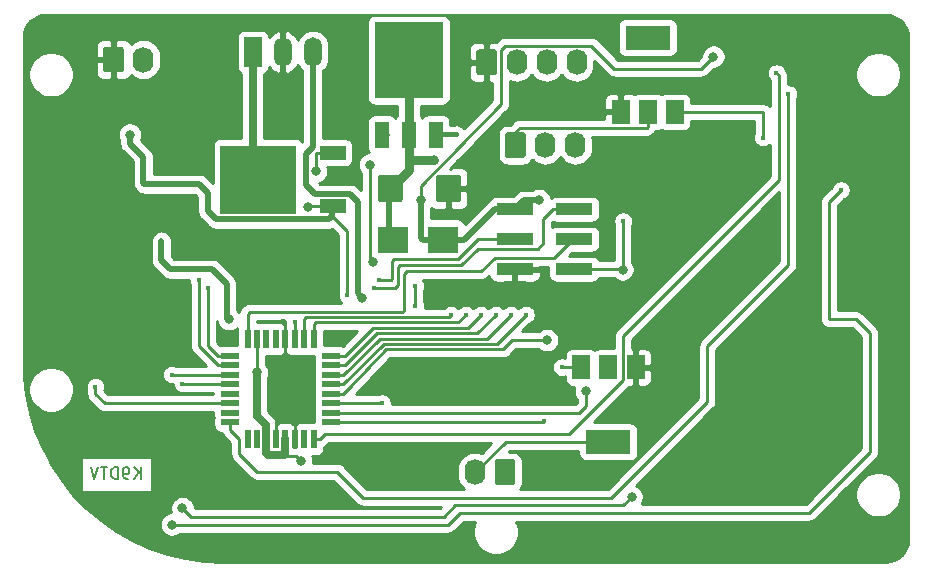
<source format=gbr>
G04 #@! TF.GenerationSoftware,KiCad,Pcbnew,(5.1.5)-3*
G04 #@! TF.CreationDate,2020-08-02T12:18:09-07:00*
G04 #@! TF.ProjectId,4-mill-vent,342d6d69-6c6c-42d7-9665-6e742e6b6963,rev?*
G04 #@! TF.SameCoordinates,Original*
G04 #@! TF.FileFunction,Copper,L2,Bot*
G04 #@! TF.FilePolarity,Positive*
%FSLAX46Y46*%
G04 Gerber Fmt 4.6, Leading zero omitted, Abs format (unit mm)*
G04 Created by KiCad (PCBNEW (5.1.5)-3) date 2020-08-02 12:18:09*
%MOMM*%
%LPD*%
G04 APERTURE LIST*
%ADD10C,0.150000*%
%ADD11O,1.740000X2.190000*%
%ADD12C,0.100000*%
%ADD13R,0.550000X1.600000*%
%ADD14R,1.600000X0.550000*%
%ADD15R,5.800000X6.400000*%
%ADD16R,1.200000X2.200000*%
%ADD17O,1.500000X2.500000*%
%ADD18R,1.500000X2.500000*%
%ADD19R,6.400000X5.800000*%
%ADD20R,2.200000X1.200000*%
%ADD21R,2.500000X2.300000*%
%ADD22R,1.500000X2.000000*%
%ADD23R,3.800000X2.000000*%
%ADD24R,3.150000X1.000000*%
%ADD25C,0.800000*%
%ADD26C,0.400000*%
%ADD27C,0.508000*%
%ADD28C,0.254000*%
%ADD29C,0.250000*%
%ADD30C,0.635000*%
%ADD31C,0.762000*%
%ADD32C,0.381000*%
G04 APERTURE END LIST*
D10*
X109743619Y-108275380D02*
X109743619Y-107275380D01*
X109172190Y-108275380D02*
X109600761Y-107703952D01*
X109172190Y-107275380D02*
X109743619Y-107846809D01*
X108696000Y-108275380D02*
X108505523Y-108275380D01*
X108410285Y-108227761D01*
X108362666Y-108180142D01*
X108267428Y-108037285D01*
X108219809Y-107846809D01*
X108219809Y-107465857D01*
X108267428Y-107370619D01*
X108315047Y-107323000D01*
X108410285Y-107275380D01*
X108600761Y-107275380D01*
X108696000Y-107323000D01*
X108743619Y-107370619D01*
X108791238Y-107465857D01*
X108791238Y-107703952D01*
X108743619Y-107799190D01*
X108696000Y-107846809D01*
X108600761Y-107894428D01*
X108410285Y-107894428D01*
X108315047Y-107846809D01*
X108267428Y-107799190D01*
X108219809Y-107703952D01*
X107791238Y-108275380D02*
X107791238Y-107275380D01*
X107553142Y-107275380D01*
X107410285Y-107323000D01*
X107315047Y-107418238D01*
X107267428Y-107513476D01*
X107219809Y-107703952D01*
X107219809Y-107846809D01*
X107267428Y-108037285D01*
X107315047Y-108132523D01*
X107410285Y-108227761D01*
X107553142Y-108275380D01*
X107791238Y-108275380D01*
X106934095Y-107275380D02*
X106362666Y-107275380D01*
X106648380Y-108275380D02*
X106648380Y-107275380D01*
X106172190Y-107275380D02*
X105838857Y-108275380D01*
X105505523Y-107275380D01*
D11*
X138049000Y-107696000D03*
G04 #@! TA.AperFunction,ComponentPad*
D12*
G36*
X141233505Y-106602204D02*
G01*
X141257773Y-106605804D01*
X141281572Y-106611765D01*
X141304671Y-106620030D01*
X141326850Y-106630520D01*
X141347893Y-106643132D01*
X141367599Y-106657747D01*
X141385777Y-106674223D01*
X141402253Y-106692401D01*
X141416868Y-106712107D01*
X141429480Y-106733150D01*
X141439970Y-106755329D01*
X141448235Y-106778428D01*
X141454196Y-106802227D01*
X141457796Y-106826495D01*
X141459000Y-106850999D01*
X141459000Y-108541001D01*
X141457796Y-108565505D01*
X141454196Y-108589773D01*
X141448235Y-108613572D01*
X141439970Y-108636671D01*
X141429480Y-108658850D01*
X141416868Y-108679893D01*
X141402253Y-108699599D01*
X141385777Y-108717777D01*
X141367599Y-108734253D01*
X141347893Y-108748868D01*
X141326850Y-108761480D01*
X141304671Y-108771970D01*
X141281572Y-108780235D01*
X141257773Y-108786196D01*
X141233505Y-108789796D01*
X141209001Y-108791000D01*
X139968999Y-108791000D01*
X139944495Y-108789796D01*
X139920227Y-108786196D01*
X139896428Y-108780235D01*
X139873329Y-108771970D01*
X139851150Y-108761480D01*
X139830107Y-108748868D01*
X139810401Y-108734253D01*
X139792223Y-108717777D01*
X139775747Y-108699599D01*
X139761132Y-108679893D01*
X139748520Y-108658850D01*
X139738030Y-108636671D01*
X139729765Y-108613572D01*
X139723804Y-108589773D01*
X139720204Y-108565505D01*
X139719000Y-108541001D01*
X139719000Y-106850999D01*
X139720204Y-106826495D01*
X139723804Y-106802227D01*
X139729765Y-106778428D01*
X139738030Y-106755329D01*
X139748520Y-106733150D01*
X139761132Y-106712107D01*
X139775747Y-106692401D01*
X139792223Y-106674223D01*
X139810401Y-106657747D01*
X139830107Y-106643132D01*
X139851150Y-106630520D01*
X139873329Y-106620030D01*
X139896428Y-106611765D01*
X139920227Y-106605804D01*
X139944495Y-106602204D01*
X139968999Y-106601000D01*
X141209001Y-106601000D01*
X141233505Y-106602204D01*
G37*
G04 #@! TD.AperFunction*
D13*
X124398300Y-104919300D03*
X123598300Y-104919300D03*
X122798300Y-104919300D03*
X121998300Y-104919300D03*
X121198300Y-104919300D03*
X120398300Y-104919300D03*
X119598300Y-104919300D03*
X118798300Y-104919300D03*
D14*
X117348300Y-103469300D03*
X117348300Y-102669300D03*
X117348300Y-101869300D03*
X117348300Y-101069300D03*
X117348300Y-100269300D03*
X117348300Y-99469300D03*
X117348300Y-98669300D03*
X117348300Y-97869300D03*
D13*
X118798300Y-96419300D03*
X119598300Y-96419300D03*
X120398300Y-96419300D03*
X121198300Y-96419300D03*
X121998300Y-96419300D03*
X122798300Y-96419300D03*
X123598300Y-96419300D03*
X124398300Y-96419300D03*
D14*
X125848300Y-97869300D03*
X125848300Y-98669300D03*
X125848300Y-99469300D03*
X125848300Y-100269300D03*
X125848300Y-101069300D03*
X125848300Y-101869300D03*
X125848300Y-102669300D03*
X125848300Y-103469300D03*
D15*
X132461000Y-72830000D03*
D16*
X130181000Y-79130000D03*
X132461000Y-79130000D03*
X134741000Y-79130000D03*
D17*
X124333000Y-72136000D03*
X121793000Y-72136000D03*
D18*
X119253000Y-72136000D03*
D19*
X119693000Y-82931000D03*
D20*
X125993000Y-85211000D03*
X125993000Y-80651000D03*
D11*
X146558000Y-80010000D03*
X144018000Y-80010000D03*
G04 #@! TA.AperFunction,ComponentPad*
D12*
G36*
X142122505Y-78916204D02*
G01*
X142146773Y-78919804D01*
X142170572Y-78925765D01*
X142193671Y-78934030D01*
X142215850Y-78944520D01*
X142236893Y-78957132D01*
X142256599Y-78971747D01*
X142274777Y-78988223D01*
X142291253Y-79006401D01*
X142305868Y-79026107D01*
X142318480Y-79047150D01*
X142328970Y-79069329D01*
X142337235Y-79092428D01*
X142343196Y-79116227D01*
X142346796Y-79140495D01*
X142348000Y-79164999D01*
X142348000Y-80855001D01*
X142346796Y-80879505D01*
X142343196Y-80903773D01*
X142337235Y-80927572D01*
X142328970Y-80950671D01*
X142318480Y-80972850D01*
X142305868Y-80993893D01*
X142291253Y-81013599D01*
X142274777Y-81031777D01*
X142256599Y-81048253D01*
X142236893Y-81062868D01*
X142215850Y-81075480D01*
X142193671Y-81085970D01*
X142170572Y-81094235D01*
X142146773Y-81100196D01*
X142122505Y-81103796D01*
X142098001Y-81105000D01*
X140857999Y-81105000D01*
X140833495Y-81103796D01*
X140809227Y-81100196D01*
X140785428Y-81094235D01*
X140762329Y-81085970D01*
X140740150Y-81075480D01*
X140719107Y-81062868D01*
X140699401Y-81048253D01*
X140681223Y-81031777D01*
X140664747Y-81013599D01*
X140650132Y-80993893D01*
X140637520Y-80972850D01*
X140627030Y-80950671D01*
X140618765Y-80927572D01*
X140612804Y-80903773D01*
X140609204Y-80879505D01*
X140608000Y-80855001D01*
X140608000Y-79164999D01*
X140609204Y-79140495D01*
X140612804Y-79116227D01*
X140618765Y-79092428D01*
X140627030Y-79069329D01*
X140637520Y-79047150D01*
X140650132Y-79026107D01*
X140664747Y-79006401D01*
X140681223Y-78988223D01*
X140699401Y-78971747D01*
X140719107Y-78957132D01*
X140740150Y-78944520D01*
X140762329Y-78934030D01*
X140785428Y-78925765D01*
X140809227Y-78919804D01*
X140833495Y-78916204D01*
X140857999Y-78915000D01*
X142098001Y-78915000D01*
X142122505Y-78916204D01*
G37*
G04 #@! TD.AperFunction*
D21*
X131073000Y-88011000D03*
X135373000Y-88011000D03*
G04 #@! TA.AperFunction,SMDPad,CuDef*
D12*
G36*
X136624504Y-82519204D02*
G01*
X136648773Y-82522804D01*
X136672571Y-82528765D01*
X136695671Y-82537030D01*
X136717849Y-82547520D01*
X136738893Y-82560133D01*
X136758598Y-82574747D01*
X136776777Y-82591223D01*
X136793253Y-82609402D01*
X136807867Y-82629107D01*
X136820480Y-82650151D01*
X136830970Y-82672329D01*
X136839235Y-82695429D01*
X136845196Y-82719227D01*
X136848796Y-82743496D01*
X136850000Y-82768000D01*
X136850000Y-84618000D01*
X136848796Y-84642504D01*
X136845196Y-84666773D01*
X136839235Y-84690571D01*
X136830970Y-84713671D01*
X136820480Y-84735849D01*
X136807867Y-84756893D01*
X136793253Y-84776598D01*
X136776777Y-84794777D01*
X136758598Y-84811253D01*
X136738893Y-84825867D01*
X136717849Y-84838480D01*
X136695671Y-84848970D01*
X136672571Y-84857235D01*
X136648773Y-84863196D01*
X136624504Y-84866796D01*
X136600000Y-84868000D01*
X135025000Y-84868000D01*
X135000496Y-84866796D01*
X134976227Y-84863196D01*
X134952429Y-84857235D01*
X134929329Y-84848970D01*
X134907151Y-84838480D01*
X134886107Y-84825867D01*
X134866402Y-84811253D01*
X134848223Y-84794777D01*
X134831747Y-84776598D01*
X134817133Y-84756893D01*
X134804520Y-84735849D01*
X134794030Y-84713671D01*
X134785765Y-84690571D01*
X134779804Y-84666773D01*
X134776204Y-84642504D01*
X134775000Y-84618000D01*
X134775000Y-82768000D01*
X134776204Y-82743496D01*
X134779804Y-82719227D01*
X134785765Y-82695429D01*
X134794030Y-82672329D01*
X134804520Y-82650151D01*
X134817133Y-82629107D01*
X134831747Y-82609402D01*
X134848223Y-82591223D01*
X134866402Y-82574747D01*
X134886107Y-82560133D01*
X134907151Y-82547520D01*
X134929329Y-82537030D01*
X134952429Y-82528765D01*
X134976227Y-82522804D01*
X135000496Y-82519204D01*
X135025000Y-82518000D01*
X136600000Y-82518000D01*
X136624504Y-82519204D01*
G37*
G04 #@! TD.AperFunction*
G04 #@! TA.AperFunction,SMDPad,CuDef*
G36*
X131699504Y-82519204D02*
G01*
X131723773Y-82522804D01*
X131747571Y-82528765D01*
X131770671Y-82537030D01*
X131792849Y-82547520D01*
X131813893Y-82560133D01*
X131833598Y-82574747D01*
X131851777Y-82591223D01*
X131868253Y-82609402D01*
X131882867Y-82629107D01*
X131895480Y-82650151D01*
X131905970Y-82672329D01*
X131914235Y-82695429D01*
X131920196Y-82719227D01*
X131923796Y-82743496D01*
X131925000Y-82768000D01*
X131925000Y-84618000D01*
X131923796Y-84642504D01*
X131920196Y-84666773D01*
X131914235Y-84690571D01*
X131905970Y-84713671D01*
X131895480Y-84735849D01*
X131882867Y-84756893D01*
X131868253Y-84776598D01*
X131851777Y-84794777D01*
X131833598Y-84811253D01*
X131813893Y-84825867D01*
X131792849Y-84838480D01*
X131770671Y-84848970D01*
X131747571Y-84857235D01*
X131723773Y-84863196D01*
X131699504Y-84866796D01*
X131675000Y-84868000D01*
X130100000Y-84868000D01*
X130075496Y-84866796D01*
X130051227Y-84863196D01*
X130027429Y-84857235D01*
X130004329Y-84848970D01*
X129982151Y-84838480D01*
X129961107Y-84825867D01*
X129941402Y-84811253D01*
X129923223Y-84794777D01*
X129906747Y-84776598D01*
X129892133Y-84756893D01*
X129879520Y-84735849D01*
X129869030Y-84713671D01*
X129860765Y-84690571D01*
X129854804Y-84666773D01*
X129851204Y-84642504D01*
X129850000Y-84618000D01*
X129850000Y-82768000D01*
X129851204Y-82743496D01*
X129854804Y-82719227D01*
X129860765Y-82695429D01*
X129869030Y-82672329D01*
X129879520Y-82650151D01*
X129892133Y-82629107D01*
X129906747Y-82609402D01*
X129923223Y-82591223D01*
X129941402Y-82574747D01*
X129961107Y-82560133D01*
X129982151Y-82547520D01*
X130004329Y-82537030D01*
X130027429Y-82528765D01*
X130051227Y-82522804D01*
X130075496Y-82519204D01*
X130100000Y-82518000D01*
X131675000Y-82518000D01*
X131699504Y-82519204D01*
G37*
G04 #@! TD.AperFunction*
D11*
X109982000Y-72771000D03*
G04 #@! TA.AperFunction,ComponentPad*
D12*
G36*
X108086505Y-71677204D02*
G01*
X108110773Y-71680804D01*
X108134572Y-71686765D01*
X108157671Y-71695030D01*
X108179850Y-71705520D01*
X108200893Y-71718132D01*
X108220599Y-71732747D01*
X108238777Y-71749223D01*
X108255253Y-71767401D01*
X108269868Y-71787107D01*
X108282480Y-71808150D01*
X108292970Y-71830329D01*
X108301235Y-71853428D01*
X108307196Y-71877227D01*
X108310796Y-71901495D01*
X108312000Y-71925999D01*
X108312000Y-73616001D01*
X108310796Y-73640505D01*
X108307196Y-73664773D01*
X108301235Y-73688572D01*
X108292970Y-73711671D01*
X108282480Y-73733850D01*
X108269868Y-73754893D01*
X108255253Y-73774599D01*
X108238777Y-73792777D01*
X108220599Y-73809253D01*
X108200893Y-73823868D01*
X108179850Y-73836480D01*
X108157671Y-73846970D01*
X108134572Y-73855235D01*
X108110773Y-73861196D01*
X108086505Y-73864796D01*
X108062001Y-73866000D01*
X106821999Y-73866000D01*
X106797495Y-73864796D01*
X106773227Y-73861196D01*
X106749428Y-73855235D01*
X106726329Y-73846970D01*
X106704150Y-73836480D01*
X106683107Y-73823868D01*
X106663401Y-73809253D01*
X106645223Y-73792777D01*
X106628747Y-73774599D01*
X106614132Y-73754893D01*
X106601520Y-73733850D01*
X106591030Y-73711671D01*
X106582765Y-73688572D01*
X106576804Y-73664773D01*
X106573204Y-73640505D01*
X106572000Y-73616001D01*
X106572000Y-71925999D01*
X106573204Y-71901495D01*
X106576804Y-71877227D01*
X106582765Y-71853428D01*
X106591030Y-71830329D01*
X106601520Y-71808150D01*
X106614132Y-71787107D01*
X106628747Y-71767401D01*
X106645223Y-71749223D01*
X106663401Y-71732747D01*
X106683107Y-71718132D01*
X106704150Y-71705520D01*
X106726329Y-71695030D01*
X106749428Y-71686765D01*
X106773227Y-71680804D01*
X106797495Y-71677204D01*
X106821999Y-71676000D01*
X108062001Y-71676000D01*
X108086505Y-71677204D01*
G37*
G04 #@! TD.AperFunction*
D22*
X147052000Y-98831000D03*
X151652000Y-98831000D03*
X149352000Y-98831000D03*
D23*
X149352000Y-105131000D03*
D22*
X154982000Y-77211000D03*
X150382000Y-77211000D03*
X152682000Y-77211000D03*
D23*
X152682000Y-70911000D03*
D11*
X146662800Y-73006500D03*
X144122800Y-73006500D03*
X141582800Y-73006500D03*
G04 #@! TA.AperFunction,ComponentPad*
D12*
G36*
X139687305Y-71912704D02*
G01*
X139711573Y-71916304D01*
X139735372Y-71922265D01*
X139758471Y-71930530D01*
X139780650Y-71941020D01*
X139801693Y-71953632D01*
X139821399Y-71968247D01*
X139839577Y-71984723D01*
X139856053Y-72002901D01*
X139870668Y-72022607D01*
X139883280Y-72043650D01*
X139893770Y-72065829D01*
X139902035Y-72088928D01*
X139907996Y-72112727D01*
X139911596Y-72136995D01*
X139912800Y-72161499D01*
X139912800Y-73851501D01*
X139911596Y-73876005D01*
X139907996Y-73900273D01*
X139902035Y-73924072D01*
X139893770Y-73947171D01*
X139883280Y-73969350D01*
X139870668Y-73990393D01*
X139856053Y-74010099D01*
X139839577Y-74028277D01*
X139821399Y-74044753D01*
X139801693Y-74059368D01*
X139780650Y-74071980D01*
X139758471Y-74082470D01*
X139735372Y-74090735D01*
X139711573Y-74096696D01*
X139687305Y-74100296D01*
X139662801Y-74101500D01*
X138422799Y-74101500D01*
X138398295Y-74100296D01*
X138374027Y-74096696D01*
X138350228Y-74090735D01*
X138327129Y-74082470D01*
X138304950Y-74071980D01*
X138283907Y-74059368D01*
X138264201Y-74044753D01*
X138246023Y-74028277D01*
X138229547Y-74010099D01*
X138214932Y-73990393D01*
X138202320Y-73969350D01*
X138191830Y-73947171D01*
X138183565Y-73924072D01*
X138177604Y-73900273D01*
X138174004Y-73876005D01*
X138172800Y-73851501D01*
X138172800Y-72161499D01*
X138174004Y-72136995D01*
X138177604Y-72112727D01*
X138183565Y-72088928D01*
X138191830Y-72065829D01*
X138202320Y-72043650D01*
X138214932Y-72022607D01*
X138229547Y-72002901D01*
X138246023Y-71984723D01*
X138264201Y-71968247D01*
X138283907Y-71953632D01*
X138304950Y-71941020D01*
X138327129Y-71930530D01*
X138350228Y-71922265D01*
X138374027Y-71916304D01*
X138398295Y-71912704D01*
X138422799Y-71911500D01*
X139662801Y-71911500D01*
X139687305Y-71912704D01*
G37*
G04 #@! TD.AperFunction*
D24*
X146467000Y-85431000D03*
X141417000Y-85431000D03*
X146467000Y-87971000D03*
X141417000Y-87971000D03*
X146467000Y-90511000D03*
X141417000Y-90511000D03*
D25*
X128524000Y-92929010D03*
X130447000Y-79121000D03*
D26*
X122809000Y-105537000D03*
X120321000Y-76085500D03*
X121242700Y-99221500D03*
X124248300Y-103294300D03*
X122588900Y-100745500D03*
X124248300Y-98184300D03*
X117348300Y-96294300D03*
D25*
X116412000Y-76091000D03*
D26*
X124248300Y-101033300D03*
X124248300Y-99610900D03*
X124248300Y-102201700D03*
X121242742Y-98078542D03*
X126619000Y-105791000D03*
X116950100Y-105368300D03*
D25*
X152527000Y-81407000D03*
X116372000Y-77461000D03*
X117221000Y-70231000D03*
X115682000Y-70231000D03*
X103759000Y-76581000D03*
X127582000Y-82851000D03*
X137972800Y-82372200D03*
X107823000Y-81788000D03*
X105537000Y-81788000D03*
X162814000Y-86106000D03*
X149606000Y-81407000D03*
X145288000Y-82169000D03*
X153482000Y-85851000D03*
X159893000Y-99441000D03*
X159880300Y-101765100D03*
X155956000Y-99568000D03*
X155829000Y-101739700D03*
X136779000Y-81534000D03*
X136779000Y-71882000D03*
X136779000Y-74803000D03*
X136779000Y-73279000D03*
X126238000Y-70739000D03*
X116713000Y-73533000D03*
X112014000Y-79756000D03*
X112014000Y-81788000D03*
X126365000Y-82804000D03*
D26*
X121168300Y-104944300D03*
D25*
X131064000Y-107442000D03*
X125476000Y-109601000D03*
X143383000Y-107569000D03*
X148717000Y-107569000D03*
X145923000Y-107569000D03*
X153416000Y-108331000D03*
X158750000Y-108204000D03*
X151892000Y-92710000D03*
X115316000Y-107696000D03*
X115316000Y-109855000D03*
X115316000Y-114427000D03*
X119634000Y-114427000D03*
X123444000Y-114427000D03*
X126746000Y-114427000D03*
X167132000Y-100711000D03*
X121793000Y-89535000D03*
X167132000Y-82423000D03*
X167132000Y-76327000D03*
X167132000Y-71120000D03*
X143129000Y-70358000D03*
X107442000Y-70231000D03*
X111760000Y-70231000D03*
X102997000Y-84328000D03*
X102997000Y-86741000D03*
X102997000Y-90297000D03*
X102997000Y-93599000D03*
X102997000Y-97028000D03*
X110617000Y-100203000D03*
X104267000Y-104013000D03*
D26*
X142113000Y-97917000D03*
X142113000Y-101219000D03*
X142113000Y-99441000D03*
X136017000Y-98679000D03*
X134747000Y-98679000D03*
X131699000Y-98679000D03*
X133223000Y-98679000D03*
X131699000Y-100711000D03*
X137922000Y-91694000D03*
X136525000Y-91694000D03*
X121793000Y-94869000D03*
D25*
X109220000Y-111760000D03*
X129667000Y-114427000D03*
X132715000Y-114427000D03*
X136144000Y-114427000D03*
X143383000Y-114427000D03*
X146431000Y-114427000D03*
X149225000Y-114427000D03*
X152654000Y-114427000D03*
X156210000Y-114427000D03*
X159766000Y-114300000D03*
X163830000Y-114427000D03*
X167132000Y-114427000D03*
X170434000Y-114427000D03*
X113792000Y-70231000D03*
X109474000Y-70231000D03*
X105156000Y-70231000D03*
X100838000Y-76581000D03*
X105029000Y-72263000D03*
X105029000Y-73914000D03*
X105537000Y-75565000D03*
X128270000Y-76835000D03*
X127254000Y-78740000D03*
X126238000Y-74930000D03*
X113665000Y-89027000D03*
X138938000Y-83312000D03*
X128524000Y-107442000D03*
X135382000Y-107442000D03*
X133096000Y-107442000D03*
X149606000Y-102870000D03*
X157353000Y-70104000D03*
X152400000Y-89408000D03*
X161417000Y-89535000D03*
X152527000Y-91122500D03*
X159004000Y-91567000D03*
X156718000Y-93726000D03*
X154051000Y-95631000D03*
X169672000Y-88392000D03*
X166624000Y-91694000D03*
X164211000Y-93980000D03*
X157099000Y-75565000D03*
X162306000Y-75565000D03*
X159893000Y-75565000D03*
X161544000Y-81407000D03*
X155829000Y-81407000D03*
X158750000Y-81407000D03*
X143002000Y-82169000D03*
X125095000Y-89535000D03*
X118618000Y-89535000D03*
X108585000Y-91059000D03*
X108585000Y-88265000D03*
X112522000Y-94107000D03*
X108204000Y-96774000D03*
X112522000Y-96774000D03*
X108204000Y-100203000D03*
X108204000Y-94107000D03*
X106934000Y-104013000D03*
X106807000Y-109982000D03*
X168275000Y-107315000D03*
X166878000Y-107315000D03*
X172974000Y-105156000D03*
X168148000Y-111633000D03*
X172974000Y-102235000D03*
X172974000Y-99060000D03*
X172974000Y-95504000D03*
X169672000Y-92710000D03*
X169672000Y-90424000D03*
X167132000Y-73787000D03*
X167132000Y-78867000D03*
X170942000Y-81661000D03*
X173228000Y-85471000D03*
X109220000Y-75565000D03*
X107442000Y-75565000D03*
X102997000Y-81788000D03*
X128270000Y-70739000D03*
X149479000Y-74803000D03*
X153162000Y-74803000D03*
X149352000Y-96647000D03*
X157480000Y-106299000D03*
X145542000Y-92202000D03*
X147066000Y-94742000D03*
X125857000Y-96393000D03*
X169164000Y-101981000D03*
X169164000Y-99695000D03*
X145288000Y-74930000D03*
X138938000Y-75184000D03*
X112268000Y-75565000D03*
X112522000Y-78105000D03*
X126238000Y-76835000D03*
D26*
X133223000Y-100711000D03*
X134747000Y-100711000D03*
D25*
X163195000Y-107569000D03*
X167259000Y-104648000D03*
X109347000Y-98806000D03*
D26*
X113284000Y-100203000D03*
D25*
X113284000Y-110744000D03*
X151311174Y-109800826D03*
X147447000Y-100838000D03*
X119598300Y-99253500D03*
X123329300Y-106760300D03*
X133462000Y-84681000D03*
X158242000Y-72517000D03*
D26*
X111506000Y-88138000D03*
X117221000Y-94742000D03*
X119608250Y-96418750D03*
D25*
X117221000Y-94742000D03*
X143459500Y-84683500D03*
D26*
X141097000Y-94361000D03*
X169037000Y-83820000D03*
X112395000Y-99441000D03*
D25*
X112395000Y-112141000D03*
D26*
X138557000Y-94361000D03*
X137287000Y-94361000D03*
X136017000Y-94361000D03*
X122809000Y-94996000D03*
D25*
X108839000Y-79121000D03*
X123952000Y-85217000D03*
D26*
X127254000Y-92710000D03*
X130175000Y-101854000D03*
X142367000Y-94361000D03*
X143891000Y-103378000D03*
X150592000Y-86441000D03*
D25*
X150558500Y-90551000D03*
X144145000Y-96520000D03*
D26*
X105918000Y-100457000D03*
D25*
X124582000Y-82211000D03*
D26*
X162433000Y-79375000D03*
X145415000Y-98806000D03*
D25*
X132207000Y-74676000D03*
X132207000Y-73406000D03*
X132207000Y-72136000D03*
X132207000Y-70866000D03*
X133477000Y-70866000D03*
X133477000Y-72136000D03*
X133477000Y-73406000D03*
X133477000Y-74676000D03*
X134747000Y-74676000D03*
X134747000Y-73406000D03*
X134747000Y-72136000D03*
X134747000Y-70866000D03*
X134591800Y-81251800D03*
D26*
X139827000Y-94361000D03*
X114681000Y-91440000D03*
X129921000Y-91440000D03*
X129540000Y-92075000D03*
X115443000Y-92075000D03*
X119578300Y-104924300D03*
X118808300Y-104924300D03*
D25*
X129159000Y-81661000D03*
X129413000Y-89916000D03*
D26*
X132982000Y-91961000D03*
X132982000Y-93612000D03*
X136471800Y-79097500D03*
X164592000Y-75692000D03*
X163576000Y-73914000D03*
D27*
X128143000Y-84843798D02*
X128143000Y-91948000D01*
X124333000Y-80135328D02*
X123727999Y-80740329D01*
X127456201Y-84156999D02*
X128143000Y-84843798D01*
X124333000Y-72136000D02*
X124333000Y-80135328D01*
X123727999Y-83355199D02*
X124529799Y-84156999D01*
X123727999Y-80740329D02*
X123727999Y-83355199D01*
X124529799Y-84156999D02*
X127456201Y-84156999D01*
X128124001Y-91966999D02*
X128143000Y-91948000D01*
X128124001Y-92529011D02*
X128124001Y-91966999D01*
X128524000Y-92929010D02*
X128124001Y-92529011D01*
D28*
X121998300Y-95074300D02*
X121793000Y-94869000D01*
X121998300Y-96419300D02*
X121998300Y-95074300D01*
D29*
X122798300Y-104919300D02*
X122798300Y-103007700D01*
X122798300Y-103007700D02*
X121274300Y-103007700D01*
X121198300Y-103083700D02*
X121198300Y-104919300D01*
X121274300Y-103007700D02*
X121198300Y-103083700D01*
X121998300Y-96419300D02*
X121998300Y-97965700D01*
X121885458Y-98078542D02*
X121242742Y-98078542D01*
X121998300Y-97965700D02*
X121885458Y-98078542D01*
X113350300Y-100269300D02*
X113284000Y-100203000D01*
X117348300Y-100269300D02*
X113350300Y-100269300D01*
D28*
X136398000Y-110490000D02*
X150622000Y-110490000D01*
X113284000Y-110744000D02*
X114011001Y-111471001D01*
X150622000Y-110490000D02*
X151311174Y-109800826D01*
X135416999Y-111471001D02*
X136398000Y-110490000D01*
X114011001Y-111471001D02*
X135416999Y-111471001D01*
D29*
X125848300Y-102669300D02*
X145548702Y-102669300D01*
D28*
X145548702Y-102669300D02*
X146885700Y-102669300D01*
X147447000Y-102108000D02*
X147447000Y-100711000D01*
X146885700Y-102669300D02*
X147447000Y-102108000D01*
D30*
X120398300Y-103712798D02*
X120398300Y-104919300D01*
X119598300Y-102912798D02*
X120398300Y-103712798D01*
X121998300Y-106125802D02*
X121998300Y-104919300D01*
X121887301Y-106236801D02*
X121998300Y-106125802D01*
X120398300Y-106125802D02*
X120509299Y-106236801D01*
X120509299Y-106236801D02*
X121887301Y-106236801D01*
X120398300Y-104919300D02*
X120398300Y-106125802D01*
X119598300Y-99253500D02*
X119598300Y-102912798D01*
D28*
X122010801Y-106360301D02*
X121887301Y-106236801D01*
X122929301Y-106360301D02*
X122010801Y-106360301D01*
X123329300Y-106760300D02*
X122929301Y-106360301D01*
D27*
X133644000Y-88091000D02*
X135402000Y-88091000D01*
X133462000Y-87909000D02*
X133644000Y-88091000D01*
X133462000Y-84681000D02*
X133462000Y-87909000D01*
D28*
X135402000Y-88091000D02*
X135302000Y-88091000D01*
X133462000Y-84115315D02*
X133462000Y-84681000D01*
X133462000Y-83457562D02*
X133462000Y-84115315D01*
X117221000Y-94742000D02*
X117221000Y-94742000D01*
D27*
X117221000Y-94742000D02*
X117021001Y-94542001D01*
X139711000Y-85431000D02*
X141417000Y-85431000D01*
X137131000Y-88011000D02*
X139711000Y-85431000D01*
X135373000Y-88011000D02*
X137131000Y-88011000D01*
X142164500Y-84683500D02*
X141417000Y-85431000D01*
X143459500Y-84683500D02*
X143459500Y-84683500D01*
X143459500Y-84683500D02*
X142164500Y-84683500D01*
D28*
X147911490Y-71584490D02*
X149860000Y-73533000D01*
X143626983Y-71584490D02*
X147911490Y-71584490D01*
X140239810Y-76549190D02*
X140081000Y-76708000D01*
X140632510Y-71584490D02*
X140239810Y-71977190D01*
X143626983Y-71584490D02*
X140632510Y-71584490D01*
X140239810Y-71977190D02*
X140239810Y-76549190D01*
X140081000Y-76708000D02*
X133462000Y-83457562D01*
D29*
X157099000Y-73533000D02*
X157226000Y-73533000D01*
X157226000Y-73533000D02*
X158242000Y-72517000D01*
X149860000Y-73533000D02*
X157099000Y-73533000D01*
D27*
X111506000Y-88420842D02*
X111506000Y-88138000D01*
X111506000Y-89782922D02*
X111506000Y-88420842D01*
X112239079Y-90516001D02*
X111506000Y-89782922D01*
X115789001Y-90516001D02*
X112239079Y-90516001D01*
X117021001Y-91748001D02*
X115789001Y-90516001D01*
X117021001Y-94542001D02*
X117021001Y-91748001D01*
D29*
X119598300Y-98687815D02*
X119598300Y-96419300D01*
X119598300Y-99253500D02*
X119598300Y-98687815D01*
D28*
X139065000Y-96393000D02*
X141097000Y-94361000D01*
X129978600Y-96393000D02*
X139065000Y-96393000D01*
X125848300Y-99469300D02*
X126902300Y-99469300D01*
X126902300Y-99469300D02*
X129978600Y-96393000D01*
D29*
X168021000Y-94742000D02*
X168021000Y-94742000D01*
X168021000Y-84836000D02*
X168021000Y-94742000D01*
X169037000Y-83820000D02*
X168021000Y-84836000D01*
X113312300Y-99469300D02*
X113284000Y-99441000D01*
X113284000Y-99441000D02*
X112395000Y-99441000D01*
X117348300Y-99469300D02*
X113312300Y-99469300D01*
D28*
X136779000Y-111125000D02*
X135763000Y-112141000D01*
X170307000Y-94742000D02*
X171484999Y-95919999D01*
X171484999Y-95919999D02*
X171484999Y-106010001D01*
X166370000Y-111125000D02*
X136779000Y-111125000D01*
X168021000Y-94742000D02*
X170307000Y-94742000D01*
X135763000Y-112141000D02*
X112395000Y-112141000D01*
X171484999Y-106010001D02*
X166370000Y-111125000D01*
X138357001Y-94560999D02*
X138557000Y-94361000D01*
X137448981Y-95469019D02*
X138357001Y-94560999D01*
X129447981Y-95469019D02*
X137448981Y-95469019D01*
X125848300Y-97869300D02*
X127047700Y-97869300D01*
X127047700Y-97869300D02*
X129447981Y-95469019D01*
X136632991Y-95015009D02*
X137287000Y-94361000D01*
X124567991Y-95015009D02*
X136632991Y-95015009D01*
X124398300Y-96419300D02*
X124398300Y-95184700D01*
X124398300Y-95184700D02*
X124567991Y-95015009D01*
X135817001Y-94560999D02*
X136017000Y-94361000D01*
X123752001Y-94560999D02*
X135817001Y-94560999D01*
X123598300Y-96419300D02*
X123598300Y-94714700D01*
X123598300Y-94714700D02*
X123752001Y-94560999D01*
X122798300Y-96419300D02*
X122798300Y-95006700D01*
X122798300Y-95006700D02*
X122809000Y-94996000D01*
D31*
X126012560Y-85262060D02*
X125971000Y-85220500D01*
D28*
X123958000Y-85211000D02*
X123952000Y-85217000D01*
X125993000Y-85211000D02*
X123958000Y-85211000D01*
D27*
X109982000Y-81026000D02*
X108839000Y-79883000D01*
X109982000Y-83248500D02*
X109982000Y-81026000D01*
X110045500Y-83312000D02*
X109982000Y-83248500D01*
X114681000Y-83312000D02*
X110045500Y-83312000D01*
X125971000Y-85220500D02*
X125971000Y-85992000D01*
X125971000Y-85992000D02*
X125668499Y-86294501D01*
X116107799Y-86294501D02*
X115443000Y-85629702D01*
X108839000Y-79883000D02*
X108839000Y-79121000D01*
X125668499Y-86294501D02*
X116107799Y-86294501D01*
X115443000Y-84074000D02*
X114681000Y-83312000D01*
X115443000Y-85629702D02*
X115443000Y-84074000D01*
D28*
X127254000Y-87326000D02*
X127254000Y-92710000D01*
X125993000Y-85211000D02*
X125993000Y-86065000D01*
X125993000Y-86065000D02*
X127254000Y-87326000D01*
X125848300Y-101869300D02*
X126902300Y-101869300D01*
X126917600Y-101854000D02*
X130175000Y-101854000D01*
X126902300Y-101869300D02*
X126917600Y-101854000D01*
X139880990Y-96847010D02*
X142367000Y-94361000D01*
X125848300Y-100269300D02*
X126902300Y-100269300D01*
X130324590Y-96847010D02*
X139880990Y-96847010D01*
X126902300Y-100269300D02*
X130324590Y-96847010D01*
D29*
X125848300Y-103469300D02*
X143799700Y-103469300D01*
X143799700Y-103469300D02*
X143891000Y-103378000D01*
X143891000Y-103378000D02*
X143891000Y-103378000D01*
D31*
X141362000Y-80391000D02*
X141624962Y-80391000D01*
D28*
X141478000Y-78915000D02*
X141478000Y-80010000D01*
X141854999Y-78538001D02*
X141478000Y-78915000D01*
X152608999Y-78538001D02*
X141854999Y-78538001D01*
X152682000Y-78465000D02*
X152608999Y-78538001D01*
X152682000Y-77211000D02*
X152682000Y-78465000D01*
X150592000Y-86723842D02*
X150592000Y-86441000D01*
X150592000Y-88215000D02*
X150592000Y-86723842D01*
X146467000Y-90511000D02*
X146467000Y-90511000D01*
X146467000Y-90511000D02*
X148296000Y-90511000D01*
X150592000Y-89438000D02*
X150592000Y-88215000D01*
X143383000Y-96520000D02*
X144145000Y-96520000D01*
X143002000Y-96520000D02*
X143383000Y-96520000D01*
X141224000Y-96520000D02*
X143383000Y-96520000D01*
X140442980Y-97301020D02*
X141224000Y-96520000D01*
X130512647Y-97301020D02*
X140442980Y-97301020D01*
X148296000Y-90511000D02*
X150535000Y-90511000D01*
X150535000Y-90511000D02*
X150558500Y-90487500D01*
X150592000Y-89438000D02*
X150558500Y-90487500D01*
D29*
X127381000Y-100586600D02*
X127381000Y-100584000D01*
X126898300Y-101069300D02*
X127381000Y-100586600D01*
X125848300Y-101069300D02*
X126898300Y-101069300D01*
D28*
X127381000Y-100584000D02*
X130512647Y-97301020D01*
X117348300Y-101869300D02*
X106695300Y-101869300D01*
X106695300Y-101869300D02*
X105918000Y-101092000D01*
X105918000Y-101092000D02*
X105918000Y-100457000D01*
X105918000Y-100457000D02*
X105918000Y-100457000D01*
X125971000Y-80660500D02*
X126246375Y-80385125D01*
X126246375Y-80385125D02*
X126642606Y-80385125D01*
X124582000Y-80708000D02*
X124582000Y-81645315D01*
X124582000Y-81645315D02*
X124582000Y-82211000D01*
X124639000Y-80651000D02*
X124582000Y-80708000D01*
X125993000Y-80651000D02*
X124639000Y-80651000D01*
D29*
X154982000Y-77211000D02*
X162428000Y-77211000D01*
X162433000Y-77216000D02*
X162433000Y-79375000D01*
X162428000Y-77211000D02*
X162433000Y-77216000D01*
X146052000Y-98831000D02*
X146027000Y-98806000D01*
X147052000Y-98831000D02*
X146052000Y-98831000D01*
X146027000Y-98806000D02*
X145415000Y-98806000D01*
X145415000Y-98806000D02*
X145415000Y-98806000D01*
D30*
X119231000Y-82500500D02*
X119671000Y-82940500D01*
X119231000Y-72145500D02*
X119231000Y-82500500D01*
D29*
X149352000Y-105131000D02*
X140652100Y-105131000D01*
X140652100Y-105131000D02*
X138049000Y-107734100D01*
D27*
X132432800Y-81251800D02*
X134591800Y-81251800D01*
X132432800Y-79106500D02*
X132432800Y-81251800D01*
X134591800Y-81251800D02*
X134591800Y-81251800D01*
X130797000Y-87786000D02*
X131102000Y-88091000D01*
X130797000Y-83731000D02*
X130797000Y-87786000D01*
D31*
X132461000Y-79130000D02*
X132461000Y-72830000D01*
X132461000Y-82119500D02*
X130887500Y-83693000D01*
X133997915Y-81280000D02*
X132461000Y-81280000D01*
X134026115Y-81251800D02*
X133997915Y-81280000D01*
X134591800Y-81251800D02*
X134026115Y-81251800D01*
X132461000Y-79130000D02*
X132461000Y-81280000D01*
X132461000Y-81280000D02*
X132461000Y-82119500D01*
D28*
X129755971Y-95923029D02*
X138264971Y-95923029D01*
X125848300Y-98669300D02*
X127009700Y-98669300D01*
X138264971Y-95923029D02*
X139827000Y-94361000D01*
X127009700Y-98669300D02*
X129755971Y-95923029D01*
D29*
X116298300Y-98669300D02*
X114681000Y-97052000D01*
X117348300Y-98669300D02*
X116298300Y-98669300D01*
X114681000Y-97052000D02*
X114681000Y-93726000D01*
X114681000Y-91821000D02*
X114681000Y-91567000D01*
X114681000Y-93726000D02*
X114681000Y-91821000D01*
X136652000Y-89662000D02*
X131191000Y-89662000D01*
X141417000Y-87971000D02*
X138343000Y-87971000D01*
X138343000Y-87971000D02*
X136652000Y-89662000D01*
D28*
X131191000Y-89662000D02*
X131064000Y-89789000D01*
X131064000Y-89789000D02*
X131064000Y-90805000D01*
X131064000Y-90805000D02*
X131064000Y-91313000D01*
X131064000Y-91313000D02*
X130937000Y-91440000D01*
X130937000Y-91440000D02*
X129921000Y-91440000D01*
D29*
X146467000Y-87971000D02*
X146346998Y-87971000D01*
X146346998Y-87971000D02*
X144781499Y-89536499D01*
D28*
X129286011Y-94106989D02*
X129286000Y-94106989D01*
X129286011Y-94106989D02*
X118999011Y-94106989D01*
X118798300Y-94307700D02*
X118798300Y-96419300D01*
X118999011Y-94106989D02*
X118798300Y-94307700D01*
X139727899Y-89536499D02*
X144781499Y-89536499D01*
X138586398Y-90678000D02*
X139727899Y-89536499D01*
X131953011Y-94106989D02*
X132080000Y-93980000D01*
X129286011Y-94106989D02*
X131953011Y-94106989D01*
X132080000Y-93980000D02*
X132080000Y-90932000D01*
X132080000Y-90932000D02*
X132334000Y-90678000D01*
X132334000Y-90678000D02*
X138586398Y-90678000D01*
D29*
X116298300Y-97869300D02*
X115443000Y-97014000D01*
X117348300Y-97869300D02*
X116298300Y-97869300D01*
X115443000Y-97014000D02*
X115443000Y-93599000D01*
X143275002Y-88773000D02*
X143252001Y-88796001D01*
X146467000Y-85431000D02*
X144642000Y-85431000D01*
X144642000Y-85431000D02*
X143821991Y-86251009D01*
D28*
X143252001Y-88796001D02*
X143359999Y-88796001D01*
X143821991Y-88334009D02*
X143821991Y-86251009D01*
X143359999Y-88796001D02*
X143821991Y-88334009D01*
D29*
X143252001Y-88796001D02*
X138279999Y-88796001D01*
X136906000Y-90170000D02*
X132114002Y-90170000D01*
X138279999Y-88796001D02*
X136906000Y-90170000D01*
D28*
X131699000Y-90170000D02*
X131572000Y-90297000D01*
X132114002Y-90170000D02*
X131699000Y-90170000D01*
X131572000Y-90297000D02*
X131572000Y-91440000D01*
X131572000Y-91440000D02*
X131572000Y-91821000D01*
X131318000Y-92075000D02*
X129540000Y-92075000D01*
X131572000Y-91821000D02*
X131318000Y-92075000D01*
D29*
X115443000Y-93599000D02*
X115443000Y-92075000D01*
D28*
X132982000Y-93612000D02*
X132982000Y-91961000D01*
X132982000Y-91961000D02*
X132982000Y-91961000D01*
X129159000Y-81661000D02*
X129159000Y-89662000D01*
X129159000Y-89662000D02*
X129413000Y-89916000D01*
X129413000Y-89916000D02*
X129413000Y-89916000D01*
D32*
X134721800Y-79097500D02*
X134712800Y-79106500D01*
X136471800Y-79097500D02*
X134721800Y-79097500D01*
D28*
X117348300Y-104140300D02*
X117348300Y-103469300D01*
X118110000Y-104902000D02*
X117348300Y-104140300D01*
X118110000Y-106172000D02*
X118110000Y-104902000D01*
X126385199Y-107675801D02*
X119613801Y-107675801D01*
X119613801Y-107675801D02*
X118110000Y-106172000D01*
X164592000Y-77851000D02*
X164592000Y-75692000D01*
D29*
X164592000Y-78486000D02*
X164592000Y-77851000D01*
X164592000Y-90170000D02*
X164592000Y-78486000D01*
X149606000Y-109855000D02*
X157734000Y-101727000D01*
X128564398Y-109855000D02*
X149606000Y-109855000D01*
X157734000Y-101727000D02*
X157734000Y-97028000D01*
X126385199Y-107675801D02*
X128564398Y-109855000D01*
X157734000Y-97028000D02*
X164592000Y-90170000D01*
X124923300Y-104919300D02*
X124398300Y-104919300D01*
X125338601Y-104503999D02*
X124923300Y-104919300D01*
X146014003Y-104503999D02*
X125338601Y-104503999D01*
X150576999Y-99941003D02*
X146014003Y-104503999D01*
X163775999Y-82985001D02*
X150576999Y-96184001D01*
X163576000Y-73914000D02*
X163775999Y-74113999D01*
X150576999Y-96184001D02*
X150576999Y-99941003D01*
X163775999Y-82985001D02*
X163775999Y-74113999D01*
D28*
G36*
X173211545Y-69024909D02*
G01*
X173562208Y-69130780D01*
X173885625Y-69302744D01*
X174169484Y-69534254D01*
X174402965Y-69816486D01*
X174577183Y-70138695D01*
X174685502Y-70488614D01*
X174727000Y-70883443D01*
X174727001Y-113378711D01*
X174688091Y-113775545D01*
X174582220Y-114126206D01*
X174410257Y-114449623D01*
X174178748Y-114733482D01*
X173896514Y-114966965D01*
X173574304Y-115141184D01*
X173224385Y-115249502D01*
X172829557Y-115291000D01*
X116682370Y-115291000D01*
X115084665Y-115216545D01*
X113516667Y-114994274D01*
X111976533Y-114625425D01*
X110477960Y-114113279D01*
X109034224Y-113462373D01*
X107658163Y-112678495D01*
X106361970Y-111768590D01*
X105157156Y-110740738D01*
X104054428Y-109604074D01*
X103063560Y-108368675D01*
X102193357Y-107045522D01*
X101867283Y-106430500D01*
X104700286Y-106430500D01*
X104700286Y-109350500D01*
X110691715Y-109350500D01*
X110691715Y-106430500D01*
X104700286Y-106430500D01*
X101867283Y-106430500D01*
X101451522Y-105646319D01*
X100844662Y-104183530D01*
X100378159Y-102670124D01*
X100056147Y-101119528D01*
X99990717Y-100529867D01*
X100231390Y-100529867D01*
X100231390Y-100912133D01*
X100305966Y-101287055D01*
X100452254Y-101640224D01*
X100664630Y-101958067D01*
X100934933Y-102228370D01*
X101252776Y-102440746D01*
X101605945Y-102587034D01*
X101980867Y-102661610D01*
X102363133Y-102661610D01*
X102738055Y-102587034D01*
X103091224Y-102440746D01*
X103409067Y-102228370D01*
X103679370Y-101958067D01*
X103891746Y-101640224D01*
X104038034Y-101287055D01*
X104112610Y-100912133D01*
X104112610Y-100529867D01*
X104081758Y-100374760D01*
X105083000Y-100374760D01*
X105083000Y-100539240D01*
X105115089Y-100700560D01*
X105156000Y-100799328D01*
X105156000Y-101054577D01*
X105152314Y-101092000D01*
X105156000Y-101129423D01*
X105156000Y-101129425D01*
X105167026Y-101241377D01*
X105210598Y-101385014D01*
X105237185Y-101434754D01*
X105281355Y-101517392D01*
X105317131Y-101560985D01*
X105376578Y-101633422D01*
X105405653Y-101657284D01*
X106130020Y-102381651D01*
X106153878Y-102410722D01*
X106269908Y-102505945D01*
X106402285Y-102576702D01*
X106545922Y-102620274D01*
X106657874Y-102631300D01*
X106657876Y-102631300D01*
X106695299Y-102634986D01*
X106732722Y-102631300D01*
X115910228Y-102631300D01*
X115910228Y-102944300D01*
X115922488Y-103068782D01*
X115922645Y-103069300D01*
X115922488Y-103069818D01*
X115910228Y-103194300D01*
X115910228Y-103744300D01*
X115922488Y-103868782D01*
X115958798Y-103988480D01*
X116017763Y-104098794D01*
X116097115Y-104195485D01*
X116193806Y-104274837D01*
X116304120Y-104333802D01*
X116423818Y-104370112D01*
X116548300Y-104382372D01*
X116625445Y-104382372D01*
X116640898Y-104433314D01*
X116640899Y-104433315D01*
X116711655Y-104565692D01*
X116740969Y-104601411D01*
X116806878Y-104681722D01*
X116835953Y-104705584D01*
X117348001Y-105217631D01*
X117348000Y-106134576D01*
X117344314Y-106172000D01*
X117348000Y-106209423D01*
X117348000Y-106209425D01*
X117359026Y-106321377D01*
X117402598Y-106465014D01*
X117426472Y-106509679D01*
X117473355Y-106597392D01*
X117500790Y-106630821D01*
X117568578Y-106713422D01*
X117597654Y-106737284D01*
X119048522Y-108188153D01*
X119072379Y-108217223D01*
X119101449Y-108241080D01*
X119188408Y-108312446D01*
X119248185Y-108344397D01*
X119320786Y-108383203D01*
X119464423Y-108426775D01*
X119576375Y-108437801D01*
X119576378Y-108437801D01*
X119613801Y-108441487D01*
X119651224Y-108437801D01*
X126072398Y-108437801D01*
X128000599Y-110366003D01*
X128024397Y-110395001D01*
X128140122Y-110489974D01*
X128272151Y-110560546D01*
X128415412Y-110604003D01*
X128527065Y-110615000D01*
X128527073Y-110615000D01*
X128564398Y-110618676D01*
X128601723Y-110615000D01*
X135195370Y-110615000D01*
X135101369Y-110709001D01*
X114326631Y-110709001D01*
X114319000Y-110701370D01*
X114319000Y-110642061D01*
X114279226Y-110442102D01*
X114201205Y-110253744D01*
X114087937Y-110084226D01*
X113943774Y-109940063D01*
X113774256Y-109826795D01*
X113585898Y-109748774D01*
X113385939Y-109709000D01*
X113182061Y-109709000D01*
X112982102Y-109748774D01*
X112793744Y-109826795D01*
X112624226Y-109940063D01*
X112480063Y-110084226D01*
X112366795Y-110253744D01*
X112288774Y-110442102D01*
X112249000Y-110642061D01*
X112249000Y-110845939D01*
X112288774Y-111045898D01*
X112313669Y-111106000D01*
X112293061Y-111106000D01*
X112093102Y-111145774D01*
X111904744Y-111223795D01*
X111735226Y-111337063D01*
X111591063Y-111481226D01*
X111477795Y-111650744D01*
X111399774Y-111839102D01*
X111360000Y-112039061D01*
X111360000Y-112242939D01*
X111399774Y-112442898D01*
X111477795Y-112631256D01*
X111591063Y-112800774D01*
X111735226Y-112944937D01*
X111904744Y-113058205D01*
X112093102Y-113136226D01*
X112293061Y-113176000D01*
X112496939Y-113176000D01*
X112696898Y-113136226D01*
X112885256Y-113058205D01*
X113054774Y-112944937D01*
X113096711Y-112903000D01*
X135725577Y-112903000D01*
X135763000Y-112906686D01*
X135800423Y-112903000D01*
X135800426Y-112903000D01*
X135912378Y-112891974D01*
X136056015Y-112848402D01*
X136188392Y-112777645D01*
X136304422Y-112682422D01*
X136328284Y-112653346D01*
X137094631Y-111887000D01*
X138094735Y-111887000D01*
X137960966Y-112209945D01*
X137886390Y-112584867D01*
X137886390Y-112967133D01*
X137960966Y-113342055D01*
X138107254Y-113695224D01*
X138319630Y-114013067D01*
X138589933Y-114283370D01*
X138907776Y-114495746D01*
X139260945Y-114642034D01*
X139635867Y-114716610D01*
X140018133Y-114716610D01*
X140393055Y-114642034D01*
X140746224Y-114495746D01*
X141064067Y-114283370D01*
X141334370Y-114013067D01*
X141546746Y-113695224D01*
X141693034Y-113342055D01*
X141767610Y-112967133D01*
X141767610Y-112584867D01*
X141693034Y-112209945D01*
X141559265Y-111887000D01*
X166332577Y-111887000D01*
X166370000Y-111890686D01*
X166407423Y-111887000D01*
X166407426Y-111887000D01*
X166519378Y-111875974D01*
X166663015Y-111832402D01*
X166795392Y-111761645D01*
X166911422Y-111666422D01*
X166935284Y-111637346D01*
X169162763Y-109409867D01*
X170271390Y-109409867D01*
X170271390Y-109792133D01*
X170345966Y-110167055D01*
X170492254Y-110520224D01*
X170704630Y-110838067D01*
X170974933Y-111108370D01*
X171292776Y-111320746D01*
X171645945Y-111467034D01*
X172020867Y-111541610D01*
X172403133Y-111541610D01*
X172778055Y-111467034D01*
X173131224Y-111320746D01*
X173449067Y-111108370D01*
X173719370Y-110838067D01*
X173931746Y-110520224D01*
X174078034Y-110167055D01*
X174152610Y-109792133D01*
X174152610Y-109409867D01*
X174078034Y-109034945D01*
X173931746Y-108681776D01*
X173719370Y-108363933D01*
X173449067Y-108093630D01*
X173131224Y-107881254D01*
X172778055Y-107734966D01*
X172403133Y-107660390D01*
X172020867Y-107660390D01*
X171645945Y-107734966D01*
X171292776Y-107881254D01*
X170974933Y-108093630D01*
X170704630Y-108363933D01*
X170492254Y-108681776D01*
X170345966Y-109034945D01*
X170271390Y-109409867D01*
X169162763Y-109409867D01*
X171997351Y-106575280D01*
X172026421Y-106551423D01*
X172075131Y-106492070D01*
X172121644Y-106435394D01*
X172159464Y-106364637D01*
X172192401Y-106303016D01*
X172235973Y-106159379D01*
X172246999Y-106047427D01*
X172246999Y-106047424D01*
X172250685Y-106010001D01*
X172246999Y-105972578D01*
X172246999Y-95957421D01*
X172250685Y-95919998D01*
X172246999Y-95882573D01*
X172235973Y-95770621D01*
X172192401Y-95626984D01*
X172121644Y-95494607D01*
X172026421Y-95378577D01*
X171997352Y-95354721D01*
X170872284Y-94229654D01*
X170848422Y-94200578D01*
X170732392Y-94105355D01*
X170600015Y-94034598D01*
X170456378Y-93991026D01*
X170344426Y-93980000D01*
X170344423Y-93980000D01*
X170307000Y-93976314D01*
X170269577Y-93980000D01*
X168781000Y-93980000D01*
X168781000Y-85150801D01*
X169328923Y-84602878D01*
X169432521Y-84559967D01*
X169569281Y-84468587D01*
X169685587Y-84352281D01*
X169776967Y-84215521D01*
X169839911Y-84063560D01*
X169872000Y-83902240D01*
X169872000Y-83737760D01*
X169839911Y-83576440D01*
X169776967Y-83424479D01*
X169685587Y-83287719D01*
X169569281Y-83171413D01*
X169432521Y-83080033D01*
X169280560Y-83017089D01*
X169119240Y-82985000D01*
X168954760Y-82985000D01*
X168793440Y-83017089D01*
X168641479Y-83080033D01*
X168504719Y-83171413D01*
X168388413Y-83287719D01*
X168297033Y-83424479D01*
X168254122Y-83528077D01*
X167510002Y-84272196D01*
X167480999Y-84295999D01*
X167438729Y-84347506D01*
X167386026Y-84411724D01*
X167333910Y-84509225D01*
X167315454Y-84543754D01*
X167271997Y-84687015D01*
X167261000Y-84798668D01*
X167261000Y-84798678D01*
X167257324Y-84836000D01*
X167261000Y-84873322D01*
X167261001Y-94684257D01*
X167255314Y-94742000D01*
X167270026Y-94891378D01*
X167313598Y-95035015D01*
X167384355Y-95167392D01*
X167479578Y-95283422D01*
X167595608Y-95378645D01*
X167727985Y-95449402D01*
X167871622Y-95492974D01*
X167983574Y-95504000D01*
X168003973Y-95504000D01*
X168021000Y-95505677D01*
X168038027Y-95504000D01*
X169991370Y-95504000D01*
X170722999Y-96235630D01*
X170723000Y-105694369D01*
X166054370Y-110363000D01*
X152180325Y-110363000D01*
X152228379Y-110291082D01*
X152306400Y-110102724D01*
X152346174Y-109902765D01*
X152346174Y-109698887D01*
X152306400Y-109498928D01*
X152228379Y-109310570D01*
X152115111Y-109141052D01*
X151970948Y-108996889D01*
X151801430Y-108883621D01*
X151695895Y-108839907D01*
X158245004Y-102290798D01*
X158274001Y-102267001D01*
X158368974Y-102151276D01*
X158439546Y-102019247D01*
X158483003Y-101875986D01*
X158494000Y-101764333D01*
X158494000Y-101764323D01*
X158497676Y-101727000D01*
X158494000Y-101689677D01*
X158494000Y-97342801D01*
X165103004Y-90733798D01*
X165132001Y-90710001D01*
X165226974Y-90594276D01*
X165297546Y-90462247D01*
X165341003Y-90318986D01*
X165352000Y-90207333D01*
X165352000Y-90207332D01*
X165355677Y-90170000D01*
X165352000Y-90132667D01*
X165352000Y-77908733D01*
X165354000Y-77888426D01*
X165354000Y-76034328D01*
X165394911Y-75935560D01*
X165427000Y-75774240D01*
X165427000Y-75609760D01*
X165394911Y-75448440D01*
X165331967Y-75296479D01*
X165240587Y-75159719D01*
X165124281Y-75043413D01*
X164987521Y-74952033D01*
X164835560Y-74889089D01*
X164674240Y-74857000D01*
X164535999Y-74857000D01*
X164535999Y-74151321D01*
X164539675Y-74113998D01*
X164535999Y-74076675D01*
X164535999Y-74076666D01*
X164525002Y-73965013D01*
X164490074Y-73849867D01*
X170271390Y-73849867D01*
X170271390Y-74232133D01*
X170345966Y-74607055D01*
X170492254Y-74960224D01*
X170704630Y-75278067D01*
X170974933Y-75548370D01*
X171292776Y-75760746D01*
X171645945Y-75907034D01*
X172020867Y-75981610D01*
X172403133Y-75981610D01*
X172778055Y-75907034D01*
X173131224Y-75760746D01*
X173449067Y-75548370D01*
X173719370Y-75278067D01*
X173931746Y-74960224D01*
X174078034Y-74607055D01*
X174152610Y-74232133D01*
X174152610Y-73849867D01*
X174078034Y-73474945D01*
X173931746Y-73121776D01*
X173719370Y-72803933D01*
X173449067Y-72533630D01*
X173131224Y-72321254D01*
X172778055Y-72174966D01*
X172403133Y-72100390D01*
X172020867Y-72100390D01*
X171645945Y-72174966D01*
X171292776Y-72321254D01*
X170974933Y-72533630D01*
X170704630Y-72803933D01*
X170492254Y-73121776D01*
X170345966Y-73474945D01*
X170271390Y-73849867D01*
X164490074Y-73849867D01*
X164481545Y-73821752D01*
X164410973Y-73689723D01*
X164362365Y-73630494D01*
X164315967Y-73518479D01*
X164224587Y-73381719D01*
X164108281Y-73265413D01*
X163971521Y-73174033D01*
X163819560Y-73111089D01*
X163658240Y-73079000D01*
X163493760Y-73079000D01*
X163332440Y-73111089D01*
X163180479Y-73174033D01*
X163043719Y-73265413D01*
X162927413Y-73381719D01*
X162836033Y-73518479D01*
X162773089Y-73670440D01*
X162741000Y-73831760D01*
X162741000Y-73996240D01*
X162773089Y-74157560D01*
X162836033Y-74309521D01*
X162927413Y-74446281D01*
X163016000Y-74534868D01*
X163016000Y-76728393D01*
X162973001Y-76675999D01*
X162970255Y-76673745D01*
X162968001Y-76670999D01*
X162852276Y-76576026D01*
X162720247Y-76505454D01*
X162576986Y-76461997D01*
X162465333Y-76451000D01*
X162465322Y-76451000D01*
X162428000Y-76447324D01*
X162390678Y-76451000D01*
X156370072Y-76451000D01*
X156370072Y-76211000D01*
X156357812Y-76086518D01*
X156321502Y-75966820D01*
X156262537Y-75856506D01*
X156183185Y-75759815D01*
X156086494Y-75680463D01*
X155976180Y-75621498D01*
X155856482Y-75585188D01*
X155732000Y-75572928D01*
X154232000Y-75572928D01*
X154107518Y-75585188D01*
X153987820Y-75621498D01*
X153877506Y-75680463D01*
X153832000Y-75717809D01*
X153786494Y-75680463D01*
X153676180Y-75621498D01*
X153556482Y-75585188D01*
X153432000Y-75572928D01*
X151932000Y-75572928D01*
X151807518Y-75585188D01*
X151687820Y-75621498D01*
X151577506Y-75680463D01*
X151532000Y-75717809D01*
X151486494Y-75680463D01*
X151376180Y-75621498D01*
X151256482Y-75585188D01*
X151132000Y-75572928D01*
X150667750Y-75576000D01*
X150509000Y-75734750D01*
X150509000Y-77084000D01*
X150529000Y-77084000D01*
X150529000Y-77338000D01*
X150509000Y-77338000D01*
X150509000Y-77358000D01*
X150255000Y-77358000D01*
X150255000Y-77338000D01*
X149155750Y-77338000D01*
X148997000Y-77496750D01*
X148995799Y-77776001D01*
X141892421Y-77776001D01*
X141854998Y-77772315D01*
X141817575Y-77776001D01*
X141817573Y-77776001D01*
X141705621Y-77787027D01*
X141561984Y-77830599D01*
X141429607Y-77901356D01*
X141313577Y-77996579D01*
X141289715Y-78025655D01*
X141038442Y-78276928D01*
X140857999Y-78276928D01*
X140684745Y-78293992D01*
X140518149Y-78344528D01*
X140364613Y-78426595D01*
X140230038Y-78537038D01*
X140119595Y-78671613D01*
X140037528Y-78825149D01*
X139986992Y-78991745D01*
X139969928Y-79164999D01*
X139969928Y-80855001D01*
X139986992Y-81028255D01*
X140037528Y-81194851D01*
X140119595Y-81348387D01*
X140230038Y-81482962D01*
X140364613Y-81593405D01*
X140518149Y-81675472D01*
X140684745Y-81726008D01*
X140857999Y-81743072D01*
X142098001Y-81743072D01*
X142271255Y-81726008D01*
X142437851Y-81675472D01*
X142591387Y-81593405D01*
X142725962Y-81482962D01*
X142836405Y-81348387D01*
X142894934Y-81238886D01*
X142948655Y-81304345D01*
X143177822Y-81492417D01*
X143439276Y-81632166D01*
X143722969Y-81718224D01*
X144018000Y-81747282D01*
X144313032Y-81718224D01*
X144596725Y-81632166D01*
X144858179Y-81492417D01*
X145087345Y-81304345D01*
X145275417Y-81075179D01*
X145288000Y-81051638D01*
X145300583Y-81075179D01*
X145488655Y-81304345D01*
X145717822Y-81492417D01*
X145979276Y-81632166D01*
X146262969Y-81718224D01*
X146558000Y-81747282D01*
X146853032Y-81718224D01*
X147136725Y-81632166D01*
X147398179Y-81492417D01*
X147627345Y-81304345D01*
X147815417Y-81075179D01*
X147955166Y-80813724D01*
X148041224Y-80530031D01*
X148063000Y-80308935D01*
X148063000Y-79711064D01*
X148041224Y-79489968D01*
X147983598Y-79300001D01*
X152571576Y-79300001D01*
X152608999Y-79303687D01*
X152646422Y-79300001D01*
X152646425Y-79300001D01*
X152758377Y-79288975D01*
X152902014Y-79245403D01*
X153034391Y-79174646D01*
X153150421Y-79079423D01*
X153174283Y-79050347D01*
X153194346Y-79030284D01*
X153223422Y-79006422D01*
X153318645Y-78890392D01*
X153340731Y-78849072D01*
X153432000Y-78849072D01*
X153556482Y-78836812D01*
X153676180Y-78800502D01*
X153786494Y-78741537D01*
X153832000Y-78704191D01*
X153877506Y-78741537D01*
X153987820Y-78800502D01*
X154107518Y-78836812D01*
X154232000Y-78849072D01*
X155732000Y-78849072D01*
X155856482Y-78836812D01*
X155976180Y-78800502D01*
X156086494Y-78741537D01*
X156183185Y-78662185D01*
X156262537Y-78565494D01*
X156321502Y-78455180D01*
X156357812Y-78335482D01*
X156370072Y-78211000D01*
X156370072Y-77971000D01*
X161673000Y-77971000D01*
X161673001Y-79027841D01*
X161630089Y-79131440D01*
X161598000Y-79292760D01*
X161598000Y-79457240D01*
X161630089Y-79618560D01*
X161693033Y-79770521D01*
X161784413Y-79907281D01*
X161900719Y-80023587D01*
X162037479Y-80114967D01*
X162189440Y-80177911D01*
X162350760Y-80210000D01*
X162515240Y-80210000D01*
X162676560Y-80177911D01*
X162828521Y-80114967D01*
X162965281Y-80023587D01*
X163015999Y-79972869D01*
X163015999Y-82670199D01*
X150066002Y-95620197D01*
X150036998Y-95644000D01*
X150008453Y-95678783D01*
X149942025Y-95759725D01*
X149892928Y-95851578D01*
X149871453Y-95891755D01*
X149827996Y-96035016D01*
X149816999Y-96146669D01*
X149816999Y-96146679D01*
X149813323Y-96184001D01*
X149816999Y-96221324D01*
X149816999Y-97192928D01*
X148602000Y-97192928D01*
X148477518Y-97205188D01*
X148357820Y-97241498D01*
X148247506Y-97300463D01*
X148202000Y-97337809D01*
X148156494Y-97300463D01*
X148046180Y-97241498D01*
X147926482Y-97205188D01*
X147802000Y-97192928D01*
X146302000Y-97192928D01*
X146177518Y-97205188D01*
X146057820Y-97241498D01*
X145947506Y-97300463D01*
X145850815Y-97379815D01*
X145771463Y-97476506D01*
X145712498Y-97586820D01*
X145676188Y-97706518D01*
X145663928Y-97831000D01*
X145663928Y-98005312D01*
X145658560Y-98003089D01*
X145497240Y-97971000D01*
X145332760Y-97971000D01*
X145171440Y-98003089D01*
X145019479Y-98066033D01*
X144882719Y-98157413D01*
X144766413Y-98273719D01*
X144675033Y-98410479D01*
X144612089Y-98562440D01*
X144580000Y-98723760D01*
X144580000Y-98888240D01*
X144612089Y-99049560D01*
X144675033Y-99201521D01*
X144766413Y-99338281D01*
X144882719Y-99454587D01*
X145019479Y-99545967D01*
X145171440Y-99608911D01*
X145332760Y-99641000D01*
X145497240Y-99641000D01*
X145658560Y-99608911D01*
X145663928Y-99606688D01*
X145663928Y-99831000D01*
X145676188Y-99955482D01*
X145712498Y-100075180D01*
X145771463Y-100185494D01*
X145850815Y-100282185D01*
X145947506Y-100361537D01*
X146057820Y-100420502D01*
X146177518Y-100456812D01*
X146302000Y-100469072D01*
X146479539Y-100469072D01*
X146451774Y-100536102D01*
X146412000Y-100736061D01*
X146412000Y-100939939D01*
X146451774Y-101139898D01*
X146529795Y-101328256D01*
X146643063Y-101497774D01*
X146685000Y-101539711D01*
X146685000Y-101792369D01*
X146570070Y-101907300D01*
X145511276Y-101907300D01*
X145490969Y-101909300D01*
X131010000Y-101909300D01*
X131010000Y-101771760D01*
X130977911Y-101610440D01*
X130914967Y-101458479D01*
X130823587Y-101321719D01*
X130707281Y-101205413D01*
X130570521Y-101114033D01*
X130418560Y-101051089D01*
X130257240Y-101019000D01*
X130092760Y-101019000D01*
X129931440Y-101051089D01*
X129832672Y-101092000D01*
X127949502Y-101092000D01*
X130838859Y-98063020D01*
X140405557Y-98063020D01*
X140442980Y-98066706D01*
X140480403Y-98063020D01*
X140480406Y-98063020D01*
X140592358Y-98051994D01*
X140735995Y-98008422D01*
X140868372Y-97937665D01*
X140984402Y-97842442D01*
X141008264Y-97813367D01*
X141539631Y-97282000D01*
X143443289Y-97282000D01*
X143485226Y-97323937D01*
X143654744Y-97437205D01*
X143843102Y-97515226D01*
X144043061Y-97555000D01*
X144246939Y-97555000D01*
X144446898Y-97515226D01*
X144635256Y-97437205D01*
X144804774Y-97323937D01*
X144948937Y-97179774D01*
X145062205Y-97010256D01*
X145140226Y-96821898D01*
X145180000Y-96621939D01*
X145180000Y-96418061D01*
X145140226Y-96218102D01*
X145062205Y-96029744D01*
X144948937Y-95860226D01*
X144804774Y-95716063D01*
X144635256Y-95602795D01*
X144446898Y-95524774D01*
X144246939Y-95485000D01*
X144043061Y-95485000D01*
X143843102Y-95524774D01*
X143654744Y-95602795D01*
X143485226Y-95716063D01*
X143443289Y-95758000D01*
X142047631Y-95758000D01*
X142663753Y-95141878D01*
X142762521Y-95100967D01*
X142899281Y-95009587D01*
X143015587Y-94893281D01*
X143106967Y-94756521D01*
X143169911Y-94604560D01*
X143202000Y-94443240D01*
X143202000Y-94278760D01*
X143169911Y-94117440D01*
X143106967Y-93965479D01*
X143015587Y-93828719D01*
X142899281Y-93712413D01*
X142762521Y-93621033D01*
X142610560Y-93558089D01*
X142449240Y-93526000D01*
X142284760Y-93526000D01*
X142123440Y-93558089D01*
X141971479Y-93621033D01*
X141834719Y-93712413D01*
X141732000Y-93815132D01*
X141629281Y-93712413D01*
X141492521Y-93621033D01*
X141340560Y-93558089D01*
X141179240Y-93526000D01*
X141014760Y-93526000D01*
X140853440Y-93558089D01*
X140701479Y-93621033D01*
X140564719Y-93712413D01*
X140462000Y-93815132D01*
X140359281Y-93712413D01*
X140222521Y-93621033D01*
X140070560Y-93558089D01*
X139909240Y-93526000D01*
X139744760Y-93526000D01*
X139583440Y-93558089D01*
X139431479Y-93621033D01*
X139294719Y-93712413D01*
X139192000Y-93815132D01*
X139089281Y-93712413D01*
X138952521Y-93621033D01*
X138800560Y-93558089D01*
X138639240Y-93526000D01*
X138474760Y-93526000D01*
X138313440Y-93558089D01*
X138161479Y-93621033D01*
X138024719Y-93712413D01*
X137922000Y-93815132D01*
X137819281Y-93712413D01*
X137682521Y-93621033D01*
X137530560Y-93558089D01*
X137369240Y-93526000D01*
X137204760Y-93526000D01*
X137043440Y-93558089D01*
X136891479Y-93621033D01*
X136754719Y-93712413D01*
X136652000Y-93815132D01*
X136549281Y-93712413D01*
X136412521Y-93621033D01*
X136260560Y-93558089D01*
X136099240Y-93526000D01*
X135934760Y-93526000D01*
X135773440Y-93558089D01*
X135621479Y-93621033D01*
X135484719Y-93712413D01*
X135398133Y-93798999D01*
X133796162Y-93798999D01*
X133817000Y-93694240D01*
X133817000Y-93529760D01*
X133784911Y-93368440D01*
X133744000Y-93269672D01*
X133744000Y-92303328D01*
X133784911Y-92204560D01*
X133817000Y-92043240D01*
X133817000Y-91878760D01*
X133784911Y-91717440D01*
X133721967Y-91565479D01*
X133638125Y-91440000D01*
X138548975Y-91440000D01*
X138586398Y-91443686D01*
X138623821Y-91440000D01*
X138623824Y-91440000D01*
X138735776Y-91428974D01*
X138879413Y-91385402D01*
X139011790Y-91314645D01*
X139127820Y-91219422D01*
X139151682Y-91190346D01*
X139215324Y-91126705D01*
X139216188Y-91135482D01*
X139252498Y-91255180D01*
X139311463Y-91365494D01*
X139390815Y-91462185D01*
X139487506Y-91541537D01*
X139597820Y-91600502D01*
X139717518Y-91636812D01*
X139842000Y-91649072D01*
X141131250Y-91646000D01*
X141290000Y-91487250D01*
X141290000Y-90638000D01*
X141544000Y-90638000D01*
X141544000Y-91487250D01*
X141702750Y-91646000D01*
X142992000Y-91649072D01*
X143116482Y-91636812D01*
X143236180Y-91600502D01*
X143346494Y-91541537D01*
X143443185Y-91462185D01*
X143522537Y-91365494D01*
X143581502Y-91255180D01*
X143617812Y-91135482D01*
X143630072Y-91011000D01*
X143627000Y-90796750D01*
X143468250Y-90638000D01*
X141544000Y-90638000D01*
X141290000Y-90638000D01*
X141270000Y-90638000D01*
X141270000Y-90384000D01*
X141290000Y-90384000D01*
X141290000Y-90364000D01*
X141544000Y-90364000D01*
X141544000Y-90384000D01*
X143468250Y-90384000D01*
X143553751Y-90298499D01*
X144253928Y-90298499D01*
X144253928Y-91011000D01*
X144266188Y-91135482D01*
X144302498Y-91255180D01*
X144361463Y-91365494D01*
X144440815Y-91462185D01*
X144537506Y-91541537D01*
X144647820Y-91600502D01*
X144767518Y-91636812D01*
X144892000Y-91649072D01*
X148042000Y-91649072D01*
X148166482Y-91636812D01*
X148286180Y-91600502D01*
X148396494Y-91541537D01*
X148493185Y-91462185D01*
X148572537Y-91365494D01*
X148621977Y-91273000D01*
X149816789Y-91273000D01*
X149898726Y-91354937D01*
X150068244Y-91468205D01*
X150256602Y-91546226D01*
X150456561Y-91586000D01*
X150660439Y-91586000D01*
X150860398Y-91546226D01*
X151048756Y-91468205D01*
X151218274Y-91354937D01*
X151362437Y-91210774D01*
X151475705Y-91041256D01*
X151553726Y-90852898D01*
X151593500Y-90652939D01*
X151593500Y-90449061D01*
X151553726Y-90249102D01*
X151475705Y-90060744D01*
X151362437Y-89891226D01*
X151340618Y-89869407D01*
X151352807Y-89487544D01*
X151354000Y-89475426D01*
X151354000Y-89450155D01*
X151354806Y-89424904D01*
X151354000Y-89412759D01*
X151354000Y-86783328D01*
X151394911Y-86684560D01*
X151427000Y-86523240D01*
X151427000Y-86358760D01*
X151394911Y-86197440D01*
X151331967Y-86045479D01*
X151240587Y-85908719D01*
X151124281Y-85792413D01*
X150987521Y-85701033D01*
X150835560Y-85638089D01*
X150674240Y-85606000D01*
X150509760Y-85606000D01*
X150348440Y-85638089D01*
X150196479Y-85701033D01*
X150059719Y-85792413D01*
X149943413Y-85908719D01*
X149852033Y-86045479D01*
X149789089Y-86197440D01*
X149757000Y-86358760D01*
X149757000Y-86523240D01*
X149789089Y-86684560D01*
X149830001Y-86783331D01*
X149830000Y-88252425D01*
X149830001Y-88252435D01*
X149830000Y-89425842D01*
X149819685Y-89749000D01*
X148621977Y-89749000D01*
X148572537Y-89656506D01*
X148493185Y-89559815D01*
X148396494Y-89480463D01*
X148286180Y-89421498D01*
X148166482Y-89385188D01*
X148042000Y-89372928D01*
X146019871Y-89372928D01*
X146283728Y-89109072D01*
X148042000Y-89109072D01*
X148166482Y-89096812D01*
X148286180Y-89060502D01*
X148396494Y-89001537D01*
X148493185Y-88922185D01*
X148572537Y-88825494D01*
X148631502Y-88715180D01*
X148667812Y-88595482D01*
X148680072Y-88471000D01*
X148680072Y-87471000D01*
X148667812Y-87346518D01*
X148631502Y-87226820D01*
X148572537Y-87116506D01*
X148493185Y-87019815D01*
X148396494Y-86940463D01*
X148286180Y-86881498D01*
X148166482Y-86845188D01*
X148042000Y-86832928D01*
X144892000Y-86832928D01*
X144767518Y-86845188D01*
X144647820Y-86881498D01*
X144583991Y-86915616D01*
X144583991Y-86563810D01*
X144634447Y-86513354D01*
X144647820Y-86520502D01*
X144767518Y-86556812D01*
X144892000Y-86569072D01*
X148042000Y-86569072D01*
X148166482Y-86556812D01*
X148286180Y-86520502D01*
X148396494Y-86461537D01*
X148493185Y-86382185D01*
X148572537Y-86285494D01*
X148631502Y-86175180D01*
X148667812Y-86055482D01*
X148680072Y-85931000D01*
X148680072Y-84931000D01*
X148667812Y-84806518D01*
X148631502Y-84686820D01*
X148572537Y-84576506D01*
X148493185Y-84479815D01*
X148396494Y-84400463D01*
X148286180Y-84341498D01*
X148166482Y-84305188D01*
X148042000Y-84292928D01*
X144892000Y-84292928D01*
X144767518Y-84305188D01*
X144647820Y-84341498D01*
X144537506Y-84400463D01*
X144469568Y-84456218D01*
X144454726Y-84381602D01*
X144376705Y-84193244D01*
X144263437Y-84023726D01*
X144119274Y-83879563D01*
X143949756Y-83766295D01*
X143761398Y-83688274D01*
X143561439Y-83648500D01*
X143357561Y-83648500D01*
X143157602Y-83688274D01*
X142969244Y-83766295D01*
X142927032Y-83794500D01*
X142208160Y-83794500D01*
X142164500Y-83790200D01*
X142120840Y-83794500D01*
X142120833Y-83794500D01*
X142006825Y-83805729D01*
X141990225Y-83807364D01*
X141964568Y-83815147D01*
X141822649Y-83858197D01*
X141668209Y-83940747D01*
X141621902Y-83978750D01*
X141574307Y-84017811D01*
X141532841Y-84051841D01*
X141505005Y-84085759D01*
X141297836Y-84292928D01*
X139842000Y-84292928D01*
X139717518Y-84305188D01*
X139597820Y-84341498D01*
X139487506Y-84400463D01*
X139390815Y-84479815D01*
X139311463Y-84576506D01*
X139266545Y-84660540D01*
X139214709Y-84688247D01*
X139183433Y-84713915D01*
X139133689Y-84754739D01*
X139079341Y-84799341D01*
X139051506Y-84833258D01*
X137225406Y-86659359D01*
X137212502Y-86616820D01*
X137153537Y-86506506D01*
X137074185Y-86409815D01*
X136977494Y-86330463D01*
X136867180Y-86271498D01*
X136747482Y-86235188D01*
X136623000Y-86222928D01*
X134351000Y-86222928D01*
X134351000Y-85341495D01*
X134420506Y-85398537D01*
X134530820Y-85457502D01*
X134650518Y-85493812D01*
X134775000Y-85506072D01*
X135526750Y-85503000D01*
X135685500Y-85344250D01*
X135685500Y-83820000D01*
X135939500Y-83820000D01*
X135939500Y-85344250D01*
X136098250Y-85503000D01*
X136850000Y-85506072D01*
X136974482Y-85493812D01*
X137094180Y-85457502D01*
X137204494Y-85398537D01*
X137301185Y-85319185D01*
X137380537Y-85222494D01*
X137439502Y-85112180D01*
X137475812Y-84992482D01*
X137488072Y-84868000D01*
X137485000Y-83978750D01*
X137326250Y-83820000D01*
X135939500Y-83820000D01*
X135685500Y-83820000D01*
X135665500Y-83820000D01*
X135665500Y-83566000D01*
X135685500Y-83566000D01*
X135685500Y-83546000D01*
X135939500Y-83546000D01*
X135939500Y-83566000D01*
X137326250Y-83566000D01*
X137485000Y-83407250D01*
X137488072Y-82518000D01*
X137475812Y-82393518D01*
X137439502Y-82273820D01*
X137380537Y-82163506D01*
X137301185Y-82066815D01*
X137204494Y-81987463D01*
X137094180Y-81928498D01*
X136974482Y-81892188D01*
X136850000Y-81879928D01*
X136098250Y-81883000D01*
X135939502Y-82041748D01*
X135939502Y-82019502D01*
X140622511Y-77244119D01*
X140752156Y-77114474D01*
X140781232Y-77090612D01*
X140876455Y-76974582D01*
X140947212Y-76842205D01*
X140990784Y-76698568D01*
X141001810Y-76586616D01*
X141001810Y-76586614D01*
X141005496Y-76549191D01*
X141001810Y-76511768D01*
X141001810Y-76211000D01*
X148993928Y-76211000D01*
X148997000Y-76925250D01*
X149155750Y-77084000D01*
X150255000Y-77084000D01*
X150255000Y-75734750D01*
X150096250Y-75576000D01*
X149632000Y-75572928D01*
X149507518Y-75585188D01*
X149387820Y-75621498D01*
X149277506Y-75680463D01*
X149180815Y-75759815D01*
X149101463Y-75856506D01*
X149042498Y-75966820D01*
X149006188Y-76086518D01*
X148993928Y-76211000D01*
X141001810Y-76211000D01*
X141001810Y-74627455D01*
X141004076Y-74628666D01*
X141287769Y-74714724D01*
X141582800Y-74743782D01*
X141877832Y-74714724D01*
X142161525Y-74628666D01*
X142422979Y-74488917D01*
X142652145Y-74300845D01*
X142840217Y-74071679D01*
X142852800Y-74048138D01*
X142865383Y-74071679D01*
X143053455Y-74300845D01*
X143282622Y-74488917D01*
X143544076Y-74628666D01*
X143827769Y-74714724D01*
X144122800Y-74743782D01*
X144417832Y-74714724D01*
X144701525Y-74628666D01*
X144962979Y-74488917D01*
X145192145Y-74300845D01*
X145380217Y-74071679D01*
X145392800Y-74048138D01*
X145405383Y-74071679D01*
X145593455Y-74300845D01*
X145822622Y-74488917D01*
X146084076Y-74628666D01*
X146367769Y-74714724D01*
X146662800Y-74743782D01*
X146957832Y-74714724D01*
X147241525Y-74628666D01*
X147502979Y-74488917D01*
X147732145Y-74300845D01*
X147920217Y-74071679D01*
X148059966Y-73810224D01*
X148146024Y-73526531D01*
X148167800Y-73305435D01*
X148167800Y-72918430D01*
X149309148Y-74059779D01*
X149319999Y-74073001D01*
X149333221Y-74083852D01*
X149347648Y-74098279D01*
X149434607Y-74169644D01*
X149566983Y-74240401D01*
X149710621Y-74283973D01*
X149859999Y-74298686D01*
X149917728Y-74293000D01*
X157188678Y-74293000D01*
X157226000Y-74296676D01*
X157263322Y-74293000D01*
X157263333Y-74293000D01*
X157374986Y-74282003D01*
X157518247Y-74238546D01*
X157650276Y-74167974D01*
X157766001Y-74073001D01*
X157789804Y-74043998D01*
X158281802Y-73552000D01*
X158343939Y-73552000D01*
X158543898Y-73512226D01*
X158732256Y-73434205D01*
X158901774Y-73320937D01*
X159045937Y-73176774D01*
X159159205Y-73007256D01*
X159237226Y-72818898D01*
X159277000Y-72618939D01*
X159277000Y-72415061D01*
X159237226Y-72215102D01*
X159159205Y-72026744D01*
X159045937Y-71857226D01*
X158901774Y-71713063D01*
X158732256Y-71599795D01*
X158543898Y-71521774D01*
X158343939Y-71482000D01*
X158140061Y-71482000D01*
X157940102Y-71521774D01*
X157751744Y-71599795D01*
X157582226Y-71713063D01*
X157438063Y-71857226D01*
X157324795Y-72026744D01*
X157246774Y-72215102D01*
X157207000Y-72415061D01*
X157207000Y-72477198D01*
X156911199Y-72773000D01*
X150177631Y-72773000D01*
X148476774Y-71072144D01*
X148452912Y-71043068D01*
X148336882Y-70947845D01*
X148204505Y-70877088D01*
X148060868Y-70833516D01*
X147948916Y-70822490D01*
X147948913Y-70822490D01*
X147911490Y-70818804D01*
X147874067Y-70822490D01*
X140669933Y-70822490D01*
X140632510Y-70818804D01*
X140595087Y-70822490D01*
X140595084Y-70822490D01*
X140483132Y-70833516D01*
X140339495Y-70877088D01*
X140207118Y-70947845D01*
X140091088Y-71043068D01*
X140067222Y-71072149D01*
X139865695Y-71273676D01*
X139328550Y-71276500D01*
X139169800Y-71435250D01*
X139169800Y-72879500D01*
X139189800Y-72879500D01*
X139189800Y-73133500D01*
X139169800Y-73133500D01*
X139169800Y-74577750D01*
X139328550Y-74736500D01*
X139477811Y-74737285D01*
X139477811Y-76234776D01*
X137149589Y-78608923D01*
X137120387Y-78565219D01*
X137004081Y-78448913D01*
X136867321Y-78357533D01*
X136715360Y-78294589D01*
X136554040Y-78262500D01*
X136389560Y-78262500D01*
X136341801Y-78272000D01*
X135979072Y-78272000D01*
X135979072Y-78030000D01*
X135966812Y-77905518D01*
X135930502Y-77785820D01*
X135871537Y-77675506D01*
X135792185Y-77578815D01*
X135695494Y-77499463D01*
X135585180Y-77440498D01*
X135465482Y-77404188D01*
X135341000Y-77391928D01*
X134141000Y-77391928D01*
X134016518Y-77404188D01*
X133896820Y-77440498D01*
X133786506Y-77499463D01*
X133689815Y-77578815D01*
X133610463Y-77675506D01*
X133601000Y-77693210D01*
X133591537Y-77675506D01*
X133512185Y-77578815D01*
X133477000Y-77549940D01*
X133477000Y-76668072D01*
X135361000Y-76668072D01*
X135485482Y-76655812D01*
X135605180Y-76619502D01*
X135715494Y-76560537D01*
X135812185Y-76481185D01*
X135891537Y-76384494D01*
X135950502Y-76274180D01*
X135986812Y-76154482D01*
X135999072Y-76030000D01*
X135999072Y-74101500D01*
X137534728Y-74101500D01*
X137546988Y-74225982D01*
X137583298Y-74345680D01*
X137642263Y-74455994D01*
X137721615Y-74552685D01*
X137818306Y-74632037D01*
X137928620Y-74691002D01*
X138048318Y-74727312D01*
X138172800Y-74739572D01*
X138757050Y-74736500D01*
X138915800Y-74577750D01*
X138915800Y-73133500D01*
X137696550Y-73133500D01*
X137537800Y-73292250D01*
X137534728Y-74101500D01*
X135999072Y-74101500D01*
X135999072Y-71911500D01*
X137534728Y-71911500D01*
X137537800Y-72720750D01*
X137696550Y-72879500D01*
X138915800Y-72879500D01*
X138915800Y-71435250D01*
X138757050Y-71276500D01*
X138172800Y-71273428D01*
X138048318Y-71285688D01*
X137928620Y-71321998D01*
X137818306Y-71380963D01*
X137721615Y-71460315D01*
X137642263Y-71557006D01*
X137583298Y-71667320D01*
X137546988Y-71787018D01*
X137534728Y-71911500D01*
X135999072Y-71911500D01*
X135999072Y-69911000D01*
X150143928Y-69911000D01*
X150143928Y-71911000D01*
X150156188Y-72035482D01*
X150192498Y-72155180D01*
X150251463Y-72265494D01*
X150330815Y-72362185D01*
X150427506Y-72441537D01*
X150537820Y-72500502D01*
X150657518Y-72536812D01*
X150782000Y-72549072D01*
X154582000Y-72549072D01*
X154706482Y-72536812D01*
X154826180Y-72500502D01*
X154936494Y-72441537D01*
X155033185Y-72362185D01*
X155112537Y-72265494D01*
X155171502Y-72155180D01*
X155207812Y-72035482D01*
X155220072Y-71911000D01*
X155220072Y-69911000D01*
X155207812Y-69786518D01*
X155171502Y-69666820D01*
X155112537Y-69556506D01*
X155033185Y-69459815D01*
X154936494Y-69380463D01*
X154826180Y-69321498D01*
X154706482Y-69285188D01*
X154582000Y-69272928D01*
X150782000Y-69272928D01*
X150657518Y-69285188D01*
X150537820Y-69321498D01*
X150427506Y-69380463D01*
X150330815Y-69459815D01*
X150251463Y-69556506D01*
X150192498Y-69666820D01*
X150156188Y-69786518D01*
X150143928Y-69911000D01*
X135999072Y-69911000D01*
X135999072Y-69630000D01*
X135986812Y-69505518D01*
X135950502Y-69385820D01*
X135891537Y-69275506D01*
X135812185Y-69178815D01*
X135715494Y-69099463D01*
X135605180Y-69040498D01*
X135485482Y-69004188D01*
X135361000Y-68991928D01*
X129561000Y-68991928D01*
X129436518Y-69004188D01*
X129316820Y-69040498D01*
X129206506Y-69099463D01*
X129109815Y-69178815D01*
X129030463Y-69275506D01*
X128971498Y-69385820D01*
X128935188Y-69505518D01*
X128922928Y-69630000D01*
X128922928Y-76030000D01*
X128935188Y-76154482D01*
X128971498Y-76274180D01*
X129030463Y-76384494D01*
X129109815Y-76481185D01*
X129206506Y-76560537D01*
X129316820Y-76619502D01*
X129436518Y-76655812D01*
X129561000Y-76668072D01*
X131445000Y-76668072D01*
X131445000Y-77549939D01*
X131409815Y-77578815D01*
X131330463Y-77675506D01*
X131321000Y-77693210D01*
X131311537Y-77675506D01*
X131232185Y-77578815D01*
X131135494Y-77499463D01*
X131025180Y-77440498D01*
X130905482Y-77404188D01*
X130781000Y-77391928D01*
X129581000Y-77391928D01*
X129456518Y-77404188D01*
X129336820Y-77440498D01*
X129226506Y-77499463D01*
X129129815Y-77578815D01*
X129050463Y-77675506D01*
X128991498Y-77785820D01*
X128955188Y-77905518D01*
X128942928Y-78030000D01*
X128942928Y-80230000D01*
X128955188Y-80354482D01*
X128991498Y-80474180D01*
X129050463Y-80584494D01*
X129084526Y-80626000D01*
X129057061Y-80626000D01*
X128857102Y-80665774D01*
X128668744Y-80743795D01*
X128499226Y-80857063D01*
X128355063Y-81001226D01*
X128241795Y-81170744D01*
X128163774Y-81359102D01*
X128124000Y-81559061D01*
X128124000Y-81762939D01*
X128163774Y-81962898D01*
X128241795Y-82151256D01*
X128355063Y-82320774D01*
X128397000Y-82362711D01*
X128397000Y-83840563D01*
X128115699Y-83559262D01*
X128087860Y-83525340D01*
X127952492Y-83414246D01*
X127798052Y-83331696D01*
X127630475Y-83280863D01*
X127499868Y-83267999D01*
X127499861Y-83267999D01*
X127456201Y-83263699D01*
X127412541Y-83267999D01*
X124898035Y-83267999D01*
X124844165Y-83214129D01*
X124883898Y-83206226D01*
X125072256Y-83128205D01*
X125241774Y-83014937D01*
X125385937Y-82870774D01*
X125499205Y-82701256D01*
X125577226Y-82512898D01*
X125617000Y-82312939D01*
X125617000Y-82109061D01*
X125577226Y-81909102D01*
X125568929Y-81889072D01*
X127093000Y-81889072D01*
X127217482Y-81876812D01*
X127337180Y-81840502D01*
X127447494Y-81781537D01*
X127544185Y-81702185D01*
X127623537Y-81605494D01*
X127682502Y-81495180D01*
X127718812Y-81375482D01*
X127731072Y-81251000D01*
X127731072Y-80051000D01*
X127718812Y-79926518D01*
X127682502Y-79806820D01*
X127623537Y-79696506D01*
X127544185Y-79599815D01*
X127447494Y-79520463D01*
X127337180Y-79461498D01*
X127217482Y-79425188D01*
X127093000Y-79412928D01*
X125222000Y-79412928D01*
X125222000Y-73698112D01*
X125317081Y-73620081D01*
X125490157Y-73409188D01*
X125618764Y-73168581D01*
X125697960Y-72907507D01*
X125718000Y-72704037D01*
X125718000Y-71567963D01*
X125697960Y-71364493D01*
X125618764Y-71103419D01*
X125490157Y-70862812D01*
X125317080Y-70651919D01*
X125106187Y-70478843D01*
X124865580Y-70350236D01*
X124604506Y-70271040D01*
X124333000Y-70244299D01*
X124061493Y-70271040D01*
X123800419Y-70350236D01*
X123559812Y-70478843D01*
X123348919Y-70651920D01*
X123175843Y-70862813D01*
X123060514Y-71078579D01*
X123023972Y-70988651D01*
X122874028Y-70760939D01*
X122682540Y-70566855D01*
X122456868Y-70413858D01*
X122205684Y-70307827D01*
X122134185Y-70293682D01*
X121920000Y-70416344D01*
X121920000Y-72009000D01*
X121940000Y-72009000D01*
X121940000Y-72263000D01*
X121920000Y-72263000D01*
X121920000Y-73855656D01*
X122134185Y-73978318D01*
X122205684Y-73964173D01*
X122456868Y-73858142D01*
X122682540Y-73705145D01*
X122874028Y-73511061D01*
X123023972Y-73283349D01*
X123060514Y-73193422D01*
X123175843Y-73409188D01*
X123348920Y-73620081D01*
X123444000Y-73698112D01*
X123444001Y-79714791D01*
X123423537Y-79676506D01*
X123344185Y-79579815D01*
X123247494Y-79500463D01*
X123137180Y-79441498D01*
X123017482Y-79405188D01*
X122893000Y-79392928D01*
X120183500Y-79392928D01*
X120183500Y-73994819D01*
X120247180Y-73975502D01*
X120357494Y-73916537D01*
X120454185Y-73837185D01*
X120533537Y-73740494D01*
X120592502Y-73630180D01*
X120628812Y-73510482D01*
X120639582Y-73401126D01*
X120711972Y-73511061D01*
X120903460Y-73705145D01*
X121129132Y-73858142D01*
X121380316Y-73964173D01*
X121451815Y-73978318D01*
X121666000Y-73855656D01*
X121666000Y-72263000D01*
X121646000Y-72263000D01*
X121646000Y-72009000D01*
X121666000Y-72009000D01*
X121666000Y-70416344D01*
X121451815Y-70293682D01*
X121380316Y-70307827D01*
X121129132Y-70413858D01*
X120903460Y-70566855D01*
X120711972Y-70760939D01*
X120639582Y-70870874D01*
X120628812Y-70761518D01*
X120592502Y-70641820D01*
X120533537Y-70531506D01*
X120454185Y-70434815D01*
X120357494Y-70355463D01*
X120247180Y-70296498D01*
X120127482Y-70260188D01*
X120003000Y-70247928D01*
X118503000Y-70247928D01*
X118378518Y-70260188D01*
X118258820Y-70296498D01*
X118148506Y-70355463D01*
X118051815Y-70434815D01*
X117972463Y-70531506D01*
X117913498Y-70641820D01*
X117877188Y-70761518D01*
X117864928Y-70886000D01*
X117864928Y-73386000D01*
X117877188Y-73510482D01*
X117913498Y-73630180D01*
X117972463Y-73740494D01*
X118051815Y-73837185D01*
X118148506Y-73916537D01*
X118258820Y-73975502D01*
X118278500Y-73981472D01*
X118278501Y-79392928D01*
X116493000Y-79392928D01*
X116368518Y-79405188D01*
X116248820Y-79441498D01*
X116138506Y-79500463D01*
X116041815Y-79579815D01*
X115962463Y-79676506D01*
X115903498Y-79786820D01*
X115867188Y-79906518D01*
X115854928Y-80031000D01*
X115854928Y-83228692D01*
X115340499Y-82714263D01*
X115312659Y-82680341D01*
X115177291Y-82569247D01*
X115022851Y-82486697D01*
X114855274Y-82435864D01*
X114724667Y-82423000D01*
X114724660Y-82423000D01*
X114681000Y-82418700D01*
X114637340Y-82423000D01*
X110871000Y-82423000D01*
X110871000Y-81069659D01*
X110875300Y-81025999D01*
X110871000Y-80982339D01*
X110871000Y-80982333D01*
X110858662Y-80857063D01*
X110858136Y-80851724D01*
X110811099Y-80696663D01*
X110807303Y-80684149D01*
X110724753Y-80529709D01*
X110613659Y-80394341D01*
X110579741Y-80366505D01*
X109776206Y-79562970D01*
X109834226Y-79422898D01*
X109874000Y-79222939D01*
X109874000Y-79019061D01*
X109834226Y-78819102D01*
X109756205Y-78630744D01*
X109642937Y-78461226D01*
X109498774Y-78317063D01*
X109329256Y-78203795D01*
X109140898Y-78125774D01*
X108940939Y-78086000D01*
X108737061Y-78086000D01*
X108537102Y-78125774D01*
X108348744Y-78203795D01*
X108179226Y-78317063D01*
X108035063Y-78461226D01*
X107921795Y-78630744D01*
X107843774Y-78819102D01*
X107804000Y-79019061D01*
X107804000Y-79222939D01*
X107843774Y-79422898D01*
X107921795Y-79611256D01*
X107950000Y-79653468D01*
X107950000Y-79839340D01*
X107945700Y-79883000D01*
X107950000Y-79926660D01*
X107950000Y-79926666D01*
X107953257Y-79959733D01*
X107962864Y-80057274D01*
X107980365Y-80114967D01*
X108013697Y-80224850D01*
X108096247Y-80379290D01*
X108207341Y-80514659D01*
X108241264Y-80542499D01*
X109093001Y-81394237D01*
X109093000Y-83204840D01*
X109088700Y-83248500D01*
X109093000Y-83292160D01*
X109093000Y-83292166D01*
X109100109Y-83364341D01*
X109105864Y-83422774D01*
X109122820Y-83478670D01*
X109156697Y-83590350D01*
X109239247Y-83744790D01*
X109350341Y-83880159D01*
X109384264Y-83907999D01*
X109386001Y-83909736D01*
X109413841Y-83943659D01*
X109549209Y-84054753D01*
X109703649Y-84137303D01*
X109859932Y-84184710D01*
X109871226Y-84188136D01*
X110045500Y-84205301D01*
X110089168Y-84201000D01*
X114312765Y-84201000D01*
X114554001Y-84442236D01*
X114554000Y-85586042D01*
X114549700Y-85629702D01*
X114554000Y-85673362D01*
X114554000Y-85673368D01*
X114563799Y-85772852D01*
X114566864Y-85803976D01*
X114575062Y-85831000D01*
X114617697Y-85971552D01*
X114700247Y-86125992D01*
X114811341Y-86261361D01*
X114845263Y-86289200D01*
X115448304Y-86892242D01*
X115476140Y-86926160D01*
X115510057Y-86953995D01*
X115510058Y-86953996D01*
X115533557Y-86973281D01*
X115611508Y-87037254D01*
X115765948Y-87119804D01*
X115860557Y-87148503D01*
X115933524Y-87170637D01*
X115950124Y-87172272D01*
X116064132Y-87183501D01*
X116064139Y-87183501D01*
X116107799Y-87187801D01*
X116151459Y-87183501D01*
X125624839Y-87183501D01*
X125668499Y-87187801D01*
X125712159Y-87183501D01*
X125712166Y-87183501D01*
X125842773Y-87170637D01*
X125979524Y-87129155D01*
X126492000Y-87641631D01*
X126492001Y-92367669D01*
X126451089Y-92466440D01*
X126419000Y-92627760D01*
X126419000Y-92792240D01*
X126451089Y-92953560D01*
X126514033Y-93105521D01*
X126605413Y-93242281D01*
X126708121Y-93344989D01*
X119036433Y-93344989D01*
X118999010Y-93341303D01*
X118961587Y-93344989D01*
X118961585Y-93344989D01*
X118849633Y-93356015D01*
X118705996Y-93399587D01*
X118573619Y-93470344D01*
X118457589Y-93565567D01*
X118433727Y-93594643D01*
X118285954Y-93742416D01*
X118256878Y-93766278D01*
X118213136Y-93819579D01*
X118161655Y-93882308D01*
X118139181Y-93924354D01*
X118090898Y-94014686D01*
X118056211Y-94129032D01*
X118024937Y-94082226D01*
X117910001Y-93967290D01*
X117910001Y-91791660D01*
X117914301Y-91748000D01*
X117910001Y-91704340D01*
X117910001Y-91704334D01*
X117897137Y-91573727D01*
X117897137Y-91573725D01*
X117853150Y-91428719D01*
X117846304Y-91406150D01*
X117763754Y-91251710D01*
X117652660Y-91116342D01*
X117618742Y-91088506D01*
X116448500Y-89918265D01*
X116420660Y-89884342D01*
X116285292Y-89773248D01*
X116130852Y-89690698D01*
X115963275Y-89639865D01*
X115832668Y-89627001D01*
X115832661Y-89627001D01*
X115789001Y-89622701D01*
X115745341Y-89627001D01*
X112607314Y-89627001D01*
X112395000Y-89414687D01*
X112395000Y-88094334D01*
X112382136Y-87963727D01*
X112331303Y-87796149D01*
X112248753Y-87641709D01*
X112137659Y-87506341D01*
X112002291Y-87395247D01*
X111847851Y-87312697D01*
X111680274Y-87261864D01*
X111506000Y-87244699D01*
X111331727Y-87261864D01*
X111164150Y-87312697D01*
X111009710Y-87395247D01*
X110874341Y-87506341D01*
X110763247Y-87641709D01*
X110680697Y-87796149D01*
X110629864Y-87963726D01*
X110617000Y-88094333D01*
X110617000Y-88464508D01*
X110617001Y-88464518D01*
X110617000Y-89739262D01*
X110612700Y-89782922D01*
X110617000Y-89826582D01*
X110617000Y-89826588D01*
X110625807Y-89916000D01*
X110629864Y-89957196D01*
X110633930Y-89970599D01*
X110680697Y-90124772D01*
X110763247Y-90279212D01*
X110874341Y-90414581D01*
X110908264Y-90442421D01*
X111579580Y-91113737D01*
X111607420Y-91147660D01*
X111742788Y-91258754D01*
X111897228Y-91341304D01*
X111927300Y-91350426D01*
X112064803Y-91392137D01*
X112098003Y-91395407D01*
X112195412Y-91405001D01*
X112195418Y-91405001D01*
X112239078Y-91409301D01*
X112282738Y-91405001D01*
X113846000Y-91405001D01*
X113846000Y-91522240D01*
X113878089Y-91683560D01*
X113921000Y-91787157D01*
X113921000Y-91858332D01*
X113921001Y-91858342D01*
X113921000Y-93763332D01*
X113921001Y-93763342D01*
X113921000Y-97014677D01*
X113917324Y-97052000D01*
X113921000Y-97089322D01*
X113921000Y-97089332D01*
X113931997Y-97200985D01*
X113970489Y-97327878D01*
X113975454Y-97344246D01*
X114046026Y-97476276D01*
X114077992Y-97515226D01*
X114140999Y-97592001D01*
X114170003Y-97615804D01*
X115263498Y-98709300D01*
X113490027Y-98709300D01*
X113432986Y-98691997D01*
X113321333Y-98681000D01*
X113321322Y-98681000D01*
X113284000Y-98677324D01*
X113246678Y-98681000D01*
X112742157Y-98681000D01*
X112638560Y-98638089D01*
X112477240Y-98606000D01*
X112312760Y-98606000D01*
X112151440Y-98638089D01*
X111999479Y-98701033D01*
X111862719Y-98792413D01*
X111746413Y-98908719D01*
X111655033Y-99045479D01*
X111592089Y-99197440D01*
X111560000Y-99358760D01*
X111560000Y-99523240D01*
X111592089Y-99684560D01*
X111655033Y-99836521D01*
X111746413Y-99973281D01*
X111862719Y-100089587D01*
X111999479Y-100180967D01*
X112151440Y-100243911D01*
X112312760Y-100276000D01*
X112449000Y-100276000D01*
X112449000Y-100285240D01*
X112481089Y-100446560D01*
X112544033Y-100598521D01*
X112635413Y-100735281D01*
X112751719Y-100851587D01*
X112888479Y-100942967D01*
X113040440Y-101005911D01*
X113201760Y-101038000D01*
X113366240Y-101038000D01*
X113409977Y-101029300D01*
X115910228Y-101029300D01*
X115910228Y-101107300D01*
X107010931Y-101107300D01*
X106686724Y-100783094D01*
X106720911Y-100700560D01*
X106753000Y-100539240D01*
X106753000Y-100374760D01*
X106720911Y-100213440D01*
X106657967Y-100061479D01*
X106566587Y-99924719D01*
X106450281Y-99808413D01*
X106313521Y-99717033D01*
X106161560Y-99654089D01*
X106000240Y-99622000D01*
X105835760Y-99622000D01*
X105674440Y-99654089D01*
X105522479Y-99717033D01*
X105385719Y-99808413D01*
X105269413Y-99924719D01*
X105178033Y-100061479D01*
X105115089Y-100213440D01*
X105083000Y-100374760D01*
X104081758Y-100374760D01*
X104038034Y-100154945D01*
X103891746Y-99801776D01*
X103679370Y-99483933D01*
X103409067Y-99213630D01*
X103091224Y-99001254D01*
X102738055Y-98854966D01*
X102363133Y-98780390D01*
X101980867Y-98780390D01*
X101605945Y-98854966D01*
X101252776Y-99001254D01*
X100934933Y-99213630D01*
X100664630Y-99483933D01*
X100452254Y-99801776D01*
X100305966Y-100154945D01*
X100231390Y-100529867D01*
X99990717Y-100529867D01*
X99880917Y-99540356D01*
X99847000Y-98480146D01*
X99847000Y-73849867D01*
X100231390Y-73849867D01*
X100231390Y-74232133D01*
X100305966Y-74607055D01*
X100452254Y-74960224D01*
X100664630Y-75278067D01*
X100934933Y-75548370D01*
X101252776Y-75760746D01*
X101605945Y-75907034D01*
X101980867Y-75981610D01*
X102363133Y-75981610D01*
X102738055Y-75907034D01*
X103091224Y-75760746D01*
X103409067Y-75548370D01*
X103679370Y-75278067D01*
X103891746Y-74960224D01*
X104038034Y-74607055D01*
X104112610Y-74232133D01*
X104112610Y-73866000D01*
X105933928Y-73866000D01*
X105946188Y-73990482D01*
X105982498Y-74110180D01*
X106041463Y-74220494D01*
X106120815Y-74317185D01*
X106217506Y-74396537D01*
X106327820Y-74455502D01*
X106447518Y-74491812D01*
X106572000Y-74504072D01*
X107156250Y-74501000D01*
X107315000Y-74342250D01*
X107315000Y-72898000D01*
X106095750Y-72898000D01*
X105937000Y-73056750D01*
X105933928Y-73866000D01*
X104112610Y-73866000D01*
X104112610Y-73849867D01*
X104038034Y-73474945D01*
X103891746Y-73121776D01*
X103679370Y-72803933D01*
X103409067Y-72533630D01*
X103091224Y-72321254D01*
X102738055Y-72174966D01*
X102363133Y-72100390D01*
X101980867Y-72100390D01*
X101605945Y-72174966D01*
X101252776Y-72321254D01*
X100934933Y-72533630D01*
X100664630Y-72803933D01*
X100452254Y-73121776D01*
X100305966Y-73474945D01*
X100231390Y-73849867D01*
X99847000Y-73849867D01*
X99847000Y-71676000D01*
X105933928Y-71676000D01*
X105937000Y-72485250D01*
X106095750Y-72644000D01*
X107315000Y-72644000D01*
X107315000Y-71199750D01*
X107569000Y-71199750D01*
X107569000Y-72644000D01*
X107589000Y-72644000D01*
X107589000Y-72898000D01*
X107569000Y-72898000D01*
X107569000Y-74342250D01*
X107727750Y-74501000D01*
X108312000Y-74504072D01*
X108436482Y-74491812D01*
X108556180Y-74455502D01*
X108666494Y-74396537D01*
X108763185Y-74317185D01*
X108842537Y-74220494D01*
X108901502Y-74110180D01*
X108914615Y-74066953D01*
X109141822Y-74253417D01*
X109403276Y-74393166D01*
X109686969Y-74479224D01*
X109982000Y-74508282D01*
X110277032Y-74479224D01*
X110560725Y-74393166D01*
X110822179Y-74253417D01*
X111051345Y-74065345D01*
X111239417Y-73836179D01*
X111379166Y-73574724D01*
X111465224Y-73291031D01*
X111487000Y-73069935D01*
X111487000Y-72472064D01*
X111465224Y-72250968D01*
X111379166Y-71967275D01*
X111239417Y-71705821D01*
X111051345Y-71476655D01*
X110822178Y-71288583D01*
X110560724Y-71148834D01*
X110277031Y-71062776D01*
X109982000Y-71033718D01*
X109686968Y-71062776D01*
X109403275Y-71148834D01*
X109141821Y-71288583D01*
X108914615Y-71475047D01*
X108901502Y-71431820D01*
X108842537Y-71321506D01*
X108763185Y-71224815D01*
X108666494Y-71145463D01*
X108556180Y-71086498D01*
X108436482Y-71050188D01*
X108312000Y-71037928D01*
X107727750Y-71041000D01*
X107569000Y-71199750D01*
X107315000Y-71199750D01*
X107156250Y-71041000D01*
X106572000Y-71037928D01*
X106447518Y-71050188D01*
X106327820Y-71086498D01*
X106217506Y-71145463D01*
X106120815Y-71224815D01*
X106041463Y-71321506D01*
X105982498Y-71431820D01*
X105946188Y-71551518D01*
X105933928Y-71676000D01*
X99847000Y-71676000D01*
X99847000Y-70898279D01*
X99885909Y-70501455D01*
X99991780Y-70150792D01*
X100163744Y-69827375D01*
X100395254Y-69543516D01*
X100677486Y-69310035D01*
X100999695Y-69135817D01*
X101349614Y-69027498D01*
X101744443Y-68986000D01*
X172814721Y-68986000D01*
X173211545Y-69024909D01*
G37*
X173211545Y-69024909D02*
X173562208Y-69130780D01*
X173885625Y-69302744D01*
X174169484Y-69534254D01*
X174402965Y-69816486D01*
X174577183Y-70138695D01*
X174685502Y-70488614D01*
X174727000Y-70883443D01*
X174727001Y-113378711D01*
X174688091Y-113775545D01*
X174582220Y-114126206D01*
X174410257Y-114449623D01*
X174178748Y-114733482D01*
X173896514Y-114966965D01*
X173574304Y-115141184D01*
X173224385Y-115249502D01*
X172829557Y-115291000D01*
X116682370Y-115291000D01*
X115084665Y-115216545D01*
X113516667Y-114994274D01*
X111976533Y-114625425D01*
X110477960Y-114113279D01*
X109034224Y-113462373D01*
X107658163Y-112678495D01*
X106361970Y-111768590D01*
X105157156Y-110740738D01*
X104054428Y-109604074D01*
X103063560Y-108368675D01*
X102193357Y-107045522D01*
X101867283Y-106430500D01*
X104700286Y-106430500D01*
X104700286Y-109350500D01*
X110691715Y-109350500D01*
X110691715Y-106430500D01*
X104700286Y-106430500D01*
X101867283Y-106430500D01*
X101451522Y-105646319D01*
X100844662Y-104183530D01*
X100378159Y-102670124D01*
X100056147Y-101119528D01*
X99990717Y-100529867D01*
X100231390Y-100529867D01*
X100231390Y-100912133D01*
X100305966Y-101287055D01*
X100452254Y-101640224D01*
X100664630Y-101958067D01*
X100934933Y-102228370D01*
X101252776Y-102440746D01*
X101605945Y-102587034D01*
X101980867Y-102661610D01*
X102363133Y-102661610D01*
X102738055Y-102587034D01*
X103091224Y-102440746D01*
X103409067Y-102228370D01*
X103679370Y-101958067D01*
X103891746Y-101640224D01*
X104038034Y-101287055D01*
X104112610Y-100912133D01*
X104112610Y-100529867D01*
X104081758Y-100374760D01*
X105083000Y-100374760D01*
X105083000Y-100539240D01*
X105115089Y-100700560D01*
X105156000Y-100799328D01*
X105156000Y-101054577D01*
X105152314Y-101092000D01*
X105156000Y-101129423D01*
X105156000Y-101129425D01*
X105167026Y-101241377D01*
X105210598Y-101385014D01*
X105237185Y-101434754D01*
X105281355Y-101517392D01*
X105317131Y-101560985D01*
X105376578Y-101633422D01*
X105405653Y-101657284D01*
X106130020Y-102381651D01*
X106153878Y-102410722D01*
X106269908Y-102505945D01*
X106402285Y-102576702D01*
X106545922Y-102620274D01*
X106657874Y-102631300D01*
X106657876Y-102631300D01*
X106695299Y-102634986D01*
X106732722Y-102631300D01*
X115910228Y-102631300D01*
X115910228Y-102944300D01*
X115922488Y-103068782D01*
X115922645Y-103069300D01*
X115922488Y-103069818D01*
X115910228Y-103194300D01*
X115910228Y-103744300D01*
X115922488Y-103868782D01*
X115958798Y-103988480D01*
X116017763Y-104098794D01*
X116097115Y-104195485D01*
X116193806Y-104274837D01*
X116304120Y-104333802D01*
X116423818Y-104370112D01*
X116548300Y-104382372D01*
X116625445Y-104382372D01*
X116640898Y-104433314D01*
X116640899Y-104433315D01*
X116711655Y-104565692D01*
X116740969Y-104601411D01*
X116806878Y-104681722D01*
X116835953Y-104705584D01*
X117348001Y-105217631D01*
X117348000Y-106134576D01*
X117344314Y-106172000D01*
X117348000Y-106209423D01*
X117348000Y-106209425D01*
X117359026Y-106321377D01*
X117402598Y-106465014D01*
X117426472Y-106509679D01*
X117473355Y-106597392D01*
X117500790Y-106630821D01*
X117568578Y-106713422D01*
X117597654Y-106737284D01*
X119048522Y-108188153D01*
X119072379Y-108217223D01*
X119101449Y-108241080D01*
X119188408Y-108312446D01*
X119248185Y-108344397D01*
X119320786Y-108383203D01*
X119464423Y-108426775D01*
X119576375Y-108437801D01*
X119576378Y-108437801D01*
X119613801Y-108441487D01*
X119651224Y-108437801D01*
X126072398Y-108437801D01*
X128000599Y-110366003D01*
X128024397Y-110395001D01*
X128140122Y-110489974D01*
X128272151Y-110560546D01*
X128415412Y-110604003D01*
X128527065Y-110615000D01*
X128527073Y-110615000D01*
X128564398Y-110618676D01*
X128601723Y-110615000D01*
X135195370Y-110615000D01*
X135101369Y-110709001D01*
X114326631Y-110709001D01*
X114319000Y-110701370D01*
X114319000Y-110642061D01*
X114279226Y-110442102D01*
X114201205Y-110253744D01*
X114087937Y-110084226D01*
X113943774Y-109940063D01*
X113774256Y-109826795D01*
X113585898Y-109748774D01*
X113385939Y-109709000D01*
X113182061Y-109709000D01*
X112982102Y-109748774D01*
X112793744Y-109826795D01*
X112624226Y-109940063D01*
X112480063Y-110084226D01*
X112366795Y-110253744D01*
X112288774Y-110442102D01*
X112249000Y-110642061D01*
X112249000Y-110845939D01*
X112288774Y-111045898D01*
X112313669Y-111106000D01*
X112293061Y-111106000D01*
X112093102Y-111145774D01*
X111904744Y-111223795D01*
X111735226Y-111337063D01*
X111591063Y-111481226D01*
X111477795Y-111650744D01*
X111399774Y-111839102D01*
X111360000Y-112039061D01*
X111360000Y-112242939D01*
X111399774Y-112442898D01*
X111477795Y-112631256D01*
X111591063Y-112800774D01*
X111735226Y-112944937D01*
X111904744Y-113058205D01*
X112093102Y-113136226D01*
X112293061Y-113176000D01*
X112496939Y-113176000D01*
X112696898Y-113136226D01*
X112885256Y-113058205D01*
X113054774Y-112944937D01*
X113096711Y-112903000D01*
X135725577Y-112903000D01*
X135763000Y-112906686D01*
X135800423Y-112903000D01*
X135800426Y-112903000D01*
X135912378Y-112891974D01*
X136056015Y-112848402D01*
X136188392Y-112777645D01*
X136304422Y-112682422D01*
X136328284Y-112653346D01*
X137094631Y-111887000D01*
X138094735Y-111887000D01*
X137960966Y-112209945D01*
X137886390Y-112584867D01*
X137886390Y-112967133D01*
X137960966Y-113342055D01*
X138107254Y-113695224D01*
X138319630Y-114013067D01*
X138589933Y-114283370D01*
X138907776Y-114495746D01*
X139260945Y-114642034D01*
X139635867Y-114716610D01*
X140018133Y-114716610D01*
X140393055Y-114642034D01*
X140746224Y-114495746D01*
X141064067Y-114283370D01*
X141334370Y-114013067D01*
X141546746Y-113695224D01*
X141693034Y-113342055D01*
X141767610Y-112967133D01*
X141767610Y-112584867D01*
X141693034Y-112209945D01*
X141559265Y-111887000D01*
X166332577Y-111887000D01*
X166370000Y-111890686D01*
X166407423Y-111887000D01*
X166407426Y-111887000D01*
X166519378Y-111875974D01*
X166663015Y-111832402D01*
X166795392Y-111761645D01*
X166911422Y-111666422D01*
X166935284Y-111637346D01*
X169162763Y-109409867D01*
X170271390Y-109409867D01*
X170271390Y-109792133D01*
X170345966Y-110167055D01*
X170492254Y-110520224D01*
X170704630Y-110838067D01*
X170974933Y-111108370D01*
X171292776Y-111320746D01*
X171645945Y-111467034D01*
X172020867Y-111541610D01*
X172403133Y-111541610D01*
X172778055Y-111467034D01*
X173131224Y-111320746D01*
X173449067Y-111108370D01*
X173719370Y-110838067D01*
X173931746Y-110520224D01*
X174078034Y-110167055D01*
X174152610Y-109792133D01*
X174152610Y-109409867D01*
X174078034Y-109034945D01*
X173931746Y-108681776D01*
X173719370Y-108363933D01*
X173449067Y-108093630D01*
X173131224Y-107881254D01*
X172778055Y-107734966D01*
X172403133Y-107660390D01*
X172020867Y-107660390D01*
X171645945Y-107734966D01*
X171292776Y-107881254D01*
X170974933Y-108093630D01*
X170704630Y-108363933D01*
X170492254Y-108681776D01*
X170345966Y-109034945D01*
X170271390Y-109409867D01*
X169162763Y-109409867D01*
X171997351Y-106575280D01*
X172026421Y-106551423D01*
X172075131Y-106492070D01*
X172121644Y-106435394D01*
X172159464Y-106364637D01*
X172192401Y-106303016D01*
X172235973Y-106159379D01*
X172246999Y-106047427D01*
X172246999Y-106047424D01*
X172250685Y-106010001D01*
X172246999Y-105972578D01*
X172246999Y-95957421D01*
X172250685Y-95919998D01*
X172246999Y-95882573D01*
X172235973Y-95770621D01*
X172192401Y-95626984D01*
X172121644Y-95494607D01*
X172026421Y-95378577D01*
X171997352Y-95354721D01*
X170872284Y-94229654D01*
X170848422Y-94200578D01*
X170732392Y-94105355D01*
X170600015Y-94034598D01*
X170456378Y-93991026D01*
X170344426Y-93980000D01*
X170344423Y-93980000D01*
X170307000Y-93976314D01*
X170269577Y-93980000D01*
X168781000Y-93980000D01*
X168781000Y-85150801D01*
X169328923Y-84602878D01*
X169432521Y-84559967D01*
X169569281Y-84468587D01*
X169685587Y-84352281D01*
X169776967Y-84215521D01*
X169839911Y-84063560D01*
X169872000Y-83902240D01*
X169872000Y-83737760D01*
X169839911Y-83576440D01*
X169776967Y-83424479D01*
X169685587Y-83287719D01*
X169569281Y-83171413D01*
X169432521Y-83080033D01*
X169280560Y-83017089D01*
X169119240Y-82985000D01*
X168954760Y-82985000D01*
X168793440Y-83017089D01*
X168641479Y-83080033D01*
X168504719Y-83171413D01*
X168388413Y-83287719D01*
X168297033Y-83424479D01*
X168254122Y-83528077D01*
X167510002Y-84272196D01*
X167480999Y-84295999D01*
X167438729Y-84347506D01*
X167386026Y-84411724D01*
X167333910Y-84509225D01*
X167315454Y-84543754D01*
X167271997Y-84687015D01*
X167261000Y-84798668D01*
X167261000Y-84798678D01*
X167257324Y-84836000D01*
X167261000Y-84873322D01*
X167261001Y-94684257D01*
X167255314Y-94742000D01*
X167270026Y-94891378D01*
X167313598Y-95035015D01*
X167384355Y-95167392D01*
X167479578Y-95283422D01*
X167595608Y-95378645D01*
X167727985Y-95449402D01*
X167871622Y-95492974D01*
X167983574Y-95504000D01*
X168003973Y-95504000D01*
X168021000Y-95505677D01*
X168038027Y-95504000D01*
X169991370Y-95504000D01*
X170722999Y-96235630D01*
X170723000Y-105694369D01*
X166054370Y-110363000D01*
X152180325Y-110363000D01*
X152228379Y-110291082D01*
X152306400Y-110102724D01*
X152346174Y-109902765D01*
X152346174Y-109698887D01*
X152306400Y-109498928D01*
X152228379Y-109310570D01*
X152115111Y-109141052D01*
X151970948Y-108996889D01*
X151801430Y-108883621D01*
X151695895Y-108839907D01*
X158245004Y-102290798D01*
X158274001Y-102267001D01*
X158368974Y-102151276D01*
X158439546Y-102019247D01*
X158483003Y-101875986D01*
X158494000Y-101764333D01*
X158494000Y-101764323D01*
X158497676Y-101727000D01*
X158494000Y-101689677D01*
X158494000Y-97342801D01*
X165103004Y-90733798D01*
X165132001Y-90710001D01*
X165226974Y-90594276D01*
X165297546Y-90462247D01*
X165341003Y-90318986D01*
X165352000Y-90207333D01*
X165352000Y-90207332D01*
X165355677Y-90170000D01*
X165352000Y-90132667D01*
X165352000Y-77908733D01*
X165354000Y-77888426D01*
X165354000Y-76034328D01*
X165394911Y-75935560D01*
X165427000Y-75774240D01*
X165427000Y-75609760D01*
X165394911Y-75448440D01*
X165331967Y-75296479D01*
X165240587Y-75159719D01*
X165124281Y-75043413D01*
X164987521Y-74952033D01*
X164835560Y-74889089D01*
X164674240Y-74857000D01*
X164535999Y-74857000D01*
X164535999Y-74151321D01*
X164539675Y-74113998D01*
X164535999Y-74076675D01*
X164535999Y-74076666D01*
X164525002Y-73965013D01*
X164490074Y-73849867D01*
X170271390Y-73849867D01*
X170271390Y-74232133D01*
X170345966Y-74607055D01*
X170492254Y-74960224D01*
X170704630Y-75278067D01*
X170974933Y-75548370D01*
X171292776Y-75760746D01*
X171645945Y-75907034D01*
X172020867Y-75981610D01*
X172403133Y-75981610D01*
X172778055Y-75907034D01*
X173131224Y-75760746D01*
X173449067Y-75548370D01*
X173719370Y-75278067D01*
X173931746Y-74960224D01*
X174078034Y-74607055D01*
X174152610Y-74232133D01*
X174152610Y-73849867D01*
X174078034Y-73474945D01*
X173931746Y-73121776D01*
X173719370Y-72803933D01*
X173449067Y-72533630D01*
X173131224Y-72321254D01*
X172778055Y-72174966D01*
X172403133Y-72100390D01*
X172020867Y-72100390D01*
X171645945Y-72174966D01*
X171292776Y-72321254D01*
X170974933Y-72533630D01*
X170704630Y-72803933D01*
X170492254Y-73121776D01*
X170345966Y-73474945D01*
X170271390Y-73849867D01*
X164490074Y-73849867D01*
X164481545Y-73821752D01*
X164410973Y-73689723D01*
X164362365Y-73630494D01*
X164315967Y-73518479D01*
X164224587Y-73381719D01*
X164108281Y-73265413D01*
X163971521Y-73174033D01*
X163819560Y-73111089D01*
X163658240Y-73079000D01*
X163493760Y-73079000D01*
X163332440Y-73111089D01*
X163180479Y-73174033D01*
X163043719Y-73265413D01*
X162927413Y-73381719D01*
X162836033Y-73518479D01*
X162773089Y-73670440D01*
X162741000Y-73831760D01*
X162741000Y-73996240D01*
X162773089Y-74157560D01*
X162836033Y-74309521D01*
X162927413Y-74446281D01*
X163016000Y-74534868D01*
X163016000Y-76728393D01*
X162973001Y-76675999D01*
X162970255Y-76673745D01*
X162968001Y-76670999D01*
X162852276Y-76576026D01*
X162720247Y-76505454D01*
X162576986Y-76461997D01*
X162465333Y-76451000D01*
X162465322Y-76451000D01*
X162428000Y-76447324D01*
X162390678Y-76451000D01*
X156370072Y-76451000D01*
X156370072Y-76211000D01*
X156357812Y-76086518D01*
X156321502Y-75966820D01*
X156262537Y-75856506D01*
X156183185Y-75759815D01*
X156086494Y-75680463D01*
X155976180Y-75621498D01*
X155856482Y-75585188D01*
X155732000Y-75572928D01*
X154232000Y-75572928D01*
X154107518Y-75585188D01*
X153987820Y-75621498D01*
X153877506Y-75680463D01*
X153832000Y-75717809D01*
X153786494Y-75680463D01*
X153676180Y-75621498D01*
X153556482Y-75585188D01*
X153432000Y-75572928D01*
X151932000Y-75572928D01*
X151807518Y-75585188D01*
X151687820Y-75621498D01*
X151577506Y-75680463D01*
X151532000Y-75717809D01*
X151486494Y-75680463D01*
X151376180Y-75621498D01*
X151256482Y-75585188D01*
X151132000Y-75572928D01*
X150667750Y-75576000D01*
X150509000Y-75734750D01*
X150509000Y-77084000D01*
X150529000Y-77084000D01*
X150529000Y-77338000D01*
X150509000Y-77338000D01*
X150509000Y-77358000D01*
X150255000Y-77358000D01*
X150255000Y-77338000D01*
X149155750Y-77338000D01*
X148997000Y-77496750D01*
X148995799Y-77776001D01*
X141892421Y-77776001D01*
X141854998Y-77772315D01*
X141817575Y-77776001D01*
X141817573Y-77776001D01*
X141705621Y-77787027D01*
X141561984Y-77830599D01*
X141429607Y-77901356D01*
X141313577Y-77996579D01*
X141289715Y-78025655D01*
X141038442Y-78276928D01*
X140857999Y-78276928D01*
X140684745Y-78293992D01*
X140518149Y-78344528D01*
X140364613Y-78426595D01*
X140230038Y-78537038D01*
X140119595Y-78671613D01*
X140037528Y-78825149D01*
X139986992Y-78991745D01*
X139969928Y-79164999D01*
X139969928Y-80855001D01*
X139986992Y-81028255D01*
X140037528Y-81194851D01*
X140119595Y-81348387D01*
X140230038Y-81482962D01*
X140364613Y-81593405D01*
X140518149Y-81675472D01*
X140684745Y-81726008D01*
X140857999Y-81743072D01*
X142098001Y-81743072D01*
X142271255Y-81726008D01*
X142437851Y-81675472D01*
X142591387Y-81593405D01*
X142725962Y-81482962D01*
X142836405Y-81348387D01*
X142894934Y-81238886D01*
X142948655Y-81304345D01*
X143177822Y-81492417D01*
X143439276Y-81632166D01*
X143722969Y-81718224D01*
X144018000Y-81747282D01*
X144313032Y-81718224D01*
X144596725Y-81632166D01*
X144858179Y-81492417D01*
X145087345Y-81304345D01*
X145275417Y-81075179D01*
X145288000Y-81051638D01*
X145300583Y-81075179D01*
X145488655Y-81304345D01*
X145717822Y-81492417D01*
X145979276Y-81632166D01*
X146262969Y-81718224D01*
X146558000Y-81747282D01*
X146853032Y-81718224D01*
X147136725Y-81632166D01*
X147398179Y-81492417D01*
X147627345Y-81304345D01*
X147815417Y-81075179D01*
X147955166Y-80813724D01*
X148041224Y-80530031D01*
X148063000Y-80308935D01*
X148063000Y-79711064D01*
X148041224Y-79489968D01*
X147983598Y-79300001D01*
X152571576Y-79300001D01*
X152608999Y-79303687D01*
X152646422Y-79300001D01*
X152646425Y-79300001D01*
X152758377Y-79288975D01*
X152902014Y-79245403D01*
X153034391Y-79174646D01*
X153150421Y-79079423D01*
X153174283Y-79050347D01*
X153194346Y-79030284D01*
X153223422Y-79006422D01*
X153318645Y-78890392D01*
X153340731Y-78849072D01*
X153432000Y-78849072D01*
X153556482Y-78836812D01*
X153676180Y-78800502D01*
X153786494Y-78741537D01*
X153832000Y-78704191D01*
X153877506Y-78741537D01*
X153987820Y-78800502D01*
X154107518Y-78836812D01*
X154232000Y-78849072D01*
X155732000Y-78849072D01*
X155856482Y-78836812D01*
X155976180Y-78800502D01*
X156086494Y-78741537D01*
X156183185Y-78662185D01*
X156262537Y-78565494D01*
X156321502Y-78455180D01*
X156357812Y-78335482D01*
X156370072Y-78211000D01*
X156370072Y-77971000D01*
X161673000Y-77971000D01*
X161673001Y-79027841D01*
X161630089Y-79131440D01*
X161598000Y-79292760D01*
X161598000Y-79457240D01*
X161630089Y-79618560D01*
X161693033Y-79770521D01*
X161784413Y-79907281D01*
X161900719Y-80023587D01*
X162037479Y-80114967D01*
X162189440Y-80177911D01*
X162350760Y-80210000D01*
X162515240Y-80210000D01*
X162676560Y-80177911D01*
X162828521Y-80114967D01*
X162965281Y-80023587D01*
X163015999Y-79972869D01*
X163015999Y-82670199D01*
X150066002Y-95620197D01*
X150036998Y-95644000D01*
X150008453Y-95678783D01*
X149942025Y-95759725D01*
X149892928Y-95851578D01*
X149871453Y-95891755D01*
X149827996Y-96035016D01*
X149816999Y-96146669D01*
X149816999Y-96146679D01*
X149813323Y-96184001D01*
X149816999Y-96221324D01*
X149816999Y-97192928D01*
X148602000Y-97192928D01*
X148477518Y-97205188D01*
X148357820Y-97241498D01*
X148247506Y-97300463D01*
X148202000Y-97337809D01*
X148156494Y-97300463D01*
X148046180Y-97241498D01*
X147926482Y-97205188D01*
X147802000Y-97192928D01*
X146302000Y-97192928D01*
X146177518Y-97205188D01*
X146057820Y-97241498D01*
X145947506Y-97300463D01*
X145850815Y-97379815D01*
X145771463Y-97476506D01*
X145712498Y-97586820D01*
X145676188Y-97706518D01*
X145663928Y-97831000D01*
X145663928Y-98005312D01*
X145658560Y-98003089D01*
X145497240Y-97971000D01*
X145332760Y-97971000D01*
X145171440Y-98003089D01*
X145019479Y-98066033D01*
X144882719Y-98157413D01*
X144766413Y-98273719D01*
X144675033Y-98410479D01*
X144612089Y-98562440D01*
X144580000Y-98723760D01*
X144580000Y-98888240D01*
X144612089Y-99049560D01*
X144675033Y-99201521D01*
X144766413Y-99338281D01*
X144882719Y-99454587D01*
X145019479Y-99545967D01*
X145171440Y-99608911D01*
X145332760Y-99641000D01*
X145497240Y-99641000D01*
X145658560Y-99608911D01*
X145663928Y-99606688D01*
X145663928Y-99831000D01*
X145676188Y-99955482D01*
X145712498Y-100075180D01*
X145771463Y-100185494D01*
X145850815Y-100282185D01*
X145947506Y-100361537D01*
X146057820Y-100420502D01*
X146177518Y-100456812D01*
X146302000Y-100469072D01*
X146479539Y-100469072D01*
X146451774Y-100536102D01*
X146412000Y-100736061D01*
X146412000Y-100939939D01*
X146451774Y-101139898D01*
X146529795Y-101328256D01*
X146643063Y-101497774D01*
X146685000Y-101539711D01*
X146685000Y-101792369D01*
X146570070Y-101907300D01*
X145511276Y-101907300D01*
X145490969Y-101909300D01*
X131010000Y-101909300D01*
X131010000Y-101771760D01*
X130977911Y-101610440D01*
X130914967Y-101458479D01*
X130823587Y-101321719D01*
X130707281Y-101205413D01*
X130570521Y-101114033D01*
X130418560Y-101051089D01*
X130257240Y-101019000D01*
X130092760Y-101019000D01*
X129931440Y-101051089D01*
X129832672Y-101092000D01*
X127949502Y-101092000D01*
X130838859Y-98063020D01*
X140405557Y-98063020D01*
X140442980Y-98066706D01*
X140480403Y-98063020D01*
X140480406Y-98063020D01*
X140592358Y-98051994D01*
X140735995Y-98008422D01*
X140868372Y-97937665D01*
X140984402Y-97842442D01*
X141008264Y-97813367D01*
X141539631Y-97282000D01*
X143443289Y-97282000D01*
X143485226Y-97323937D01*
X143654744Y-97437205D01*
X143843102Y-97515226D01*
X144043061Y-97555000D01*
X144246939Y-97555000D01*
X144446898Y-97515226D01*
X144635256Y-97437205D01*
X144804774Y-97323937D01*
X144948937Y-97179774D01*
X145062205Y-97010256D01*
X145140226Y-96821898D01*
X145180000Y-96621939D01*
X145180000Y-96418061D01*
X145140226Y-96218102D01*
X145062205Y-96029744D01*
X144948937Y-95860226D01*
X144804774Y-95716063D01*
X144635256Y-95602795D01*
X144446898Y-95524774D01*
X144246939Y-95485000D01*
X144043061Y-95485000D01*
X143843102Y-95524774D01*
X143654744Y-95602795D01*
X143485226Y-95716063D01*
X143443289Y-95758000D01*
X142047631Y-95758000D01*
X142663753Y-95141878D01*
X142762521Y-95100967D01*
X142899281Y-95009587D01*
X143015587Y-94893281D01*
X143106967Y-94756521D01*
X143169911Y-94604560D01*
X143202000Y-94443240D01*
X143202000Y-94278760D01*
X143169911Y-94117440D01*
X143106967Y-93965479D01*
X143015587Y-93828719D01*
X142899281Y-93712413D01*
X142762521Y-93621033D01*
X142610560Y-93558089D01*
X142449240Y-93526000D01*
X142284760Y-93526000D01*
X142123440Y-93558089D01*
X141971479Y-93621033D01*
X141834719Y-93712413D01*
X141732000Y-93815132D01*
X141629281Y-93712413D01*
X141492521Y-93621033D01*
X141340560Y-93558089D01*
X141179240Y-93526000D01*
X141014760Y-93526000D01*
X140853440Y-93558089D01*
X140701479Y-93621033D01*
X140564719Y-93712413D01*
X140462000Y-93815132D01*
X140359281Y-93712413D01*
X140222521Y-93621033D01*
X140070560Y-93558089D01*
X139909240Y-93526000D01*
X139744760Y-93526000D01*
X139583440Y-93558089D01*
X139431479Y-93621033D01*
X139294719Y-93712413D01*
X139192000Y-93815132D01*
X139089281Y-93712413D01*
X138952521Y-93621033D01*
X138800560Y-93558089D01*
X138639240Y-93526000D01*
X138474760Y-93526000D01*
X138313440Y-93558089D01*
X138161479Y-93621033D01*
X138024719Y-93712413D01*
X137922000Y-93815132D01*
X137819281Y-93712413D01*
X137682521Y-93621033D01*
X137530560Y-93558089D01*
X137369240Y-93526000D01*
X137204760Y-93526000D01*
X137043440Y-93558089D01*
X136891479Y-93621033D01*
X136754719Y-93712413D01*
X136652000Y-93815132D01*
X136549281Y-93712413D01*
X136412521Y-93621033D01*
X136260560Y-93558089D01*
X136099240Y-93526000D01*
X135934760Y-93526000D01*
X135773440Y-93558089D01*
X135621479Y-93621033D01*
X135484719Y-93712413D01*
X135398133Y-93798999D01*
X133796162Y-93798999D01*
X133817000Y-93694240D01*
X133817000Y-93529760D01*
X133784911Y-93368440D01*
X133744000Y-93269672D01*
X133744000Y-92303328D01*
X133784911Y-92204560D01*
X133817000Y-92043240D01*
X133817000Y-91878760D01*
X133784911Y-91717440D01*
X133721967Y-91565479D01*
X133638125Y-91440000D01*
X138548975Y-91440000D01*
X138586398Y-91443686D01*
X138623821Y-91440000D01*
X138623824Y-91440000D01*
X138735776Y-91428974D01*
X138879413Y-91385402D01*
X139011790Y-91314645D01*
X139127820Y-91219422D01*
X139151682Y-91190346D01*
X139215324Y-91126705D01*
X139216188Y-91135482D01*
X139252498Y-91255180D01*
X139311463Y-91365494D01*
X139390815Y-91462185D01*
X139487506Y-91541537D01*
X139597820Y-91600502D01*
X139717518Y-91636812D01*
X139842000Y-91649072D01*
X141131250Y-91646000D01*
X141290000Y-91487250D01*
X141290000Y-90638000D01*
X141544000Y-90638000D01*
X141544000Y-91487250D01*
X141702750Y-91646000D01*
X142992000Y-91649072D01*
X143116482Y-91636812D01*
X143236180Y-91600502D01*
X143346494Y-91541537D01*
X143443185Y-91462185D01*
X143522537Y-91365494D01*
X143581502Y-91255180D01*
X143617812Y-91135482D01*
X143630072Y-91011000D01*
X143627000Y-90796750D01*
X143468250Y-90638000D01*
X141544000Y-90638000D01*
X141290000Y-90638000D01*
X141270000Y-90638000D01*
X141270000Y-90384000D01*
X141290000Y-90384000D01*
X141290000Y-90364000D01*
X141544000Y-90364000D01*
X141544000Y-90384000D01*
X143468250Y-90384000D01*
X143553751Y-90298499D01*
X144253928Y-90298499D01*
X144253928Y-91011000D01*
X144266188Y-91135482D01*
X144302498Y-91255180D01*
X144361463Y-91365494D01*
X144440815Y-91462185D01*
X144537506Y-91541537D01*
X144647820Y-91600502D01*
X144767518Y-91636812D01*
X144892000Y-91649072D01*
X148042000Y-91649072D01*
X148166482Y-91636812D01*
X148286180Y-91600502D01*
X148396494Y-91541537D01*
X148493185Y-91462185D01*
X148572537Y-91365494D01*
X148621977Y-91273000D01*
X149816789Y-91273000D01*
X149898726Y-91354937D01*
X150068244Y-91468205D01*
X150256602Y-91546226D01*
X150456561Y-91586000D01*
X150660439Y-91586000D01*
X150860398Y-91546226D01*
X151048756Y-91468205D01*
X151218274Y-91354937D01*
X151362437Y-91210774D01*
X151475705Y-91041256D01*
X151553726Y-90852898D01*
X151593500Y-90652939D01*
X151593500Y-90449061D01*
X151553726Y-90249102D01*
X151475705Y-90060744D01*
X151362437Y-89891226D01*
X151340618Y-89869407D01*
X151352807Y-89487544D01*
X151354000Y-89475426D01*
X151354000Y-89450155D01*
X151354806Y-89424904D01*
X151354000Y-89412759D01*
X151354000Y-86783328D01*
X151394911Y-86684560D01*
X151427000Y-86523240D01*
X151427000Y-86358760D01*
X151394911Y-86197440D01*
X151331967Y-86045479D01*
X151240587Y-85908719D01*
X151124281Y-85792413D01*
X150987521Y-85701033D01*
X150835560Y-85638089D01*
X150674240Y-85606000D01*
X150509760Y-85606000D01*
X150348440Y-85638089D01*
X150196479Y-85701033D01*
X150059719Y-85792413D01*
X149943413Y-85908719D01*
X149852033Y-86045479D01*
X149789089Y-86197440D01*
X149757000Y-86358760D01*
X149757000Y-86523240D01*
X149789089Y-86684560D01*
X149830001Y-86783331D01*
X149830000Y-88252425D01*
X149830001Y-88252435D01*
X149830000Y-89425842D01*
X149819685Y-89749000D01*
X148621977Y-89749000D01*
X148572537Y-89656506D01*
X148493185Y-89559815D01*
X148396494Y-89480463D01*
X148286180Y-89421498D01*
X148166482Y-89385188D01*
X148042000Y-89372928D01*
X146019871Y-89372928D01*
X146283728Y-89109072D01*
X148042000Y-89109072D01*
X148166482Y-89096812D01*
X148286180Y-89060502D01*
X148396494Y-89001537D01*
X148493185Y-88922185D01*
X148572537Y-88825494D01*
X148631502Y-88715180D01*
X148667812Y-88595482D01*
X148680072Y-88471000D01*
X148680072Y-87471000D01*
X148667812Y-87346518D01*
X148631502Y-87226820D01*
X148572537Y-87116506D01*
X148493185Y-87019815D01*
X148396494Y-86940463D01*
X148286180Y-86881498D01*
X148166482Y-86845188D01*
X148042000Y-86832928D01*
X144892000Y-86832928D01*
X144767518Y-86845188D01*
X144647820Y-86881498D01*
X144583991Y-86915616D01*
X144583991Y-86563810D01*
X144634447Y-86513354D01*
X144647820Y-86520502D01*
X144767518Y-86556812D01*
X144892000Y-86569072D01*
X148042000Y-86569072D01*
X148166482Y-86556812D01*
X148286180Y-86520502D01*
X148396494Y-86461537D01*
X148493185Y-86382185D01*
X148572537Y-86285494D01*
X148631502Y-86175180D01*
X148667812Y-86055482D01*
X148680072Y-85931000D01*
X148680072Y-84931000D01*
X148667812Y-84806518D01*
X148631502Y-84686820D01*
X148572537Y-84576506D01*
X148493185Y-84479815D01*
X148396494Y-84400463D01*
X148286180Y-84341498D01*
X148166482Y-84305188D01*
X148042000Y-84292928D01*
X144892000Y-84292928D01*
X144767518Y-84305188D01*
X144647820Y-84341498D01*
X144537506Y-84400463D01*
X144469568Y-84456218D01*
X144454726Y-84381602D01*
X144376705Y-84193244D01*
X144263437Y-84023726D01*
X144119274Y-83879563D01*
X143949756Y-83766295D01*
X143761398Y-83688274D01*
X143561439Y-83648500D01*
X143357561Y-83648500D01*
X143157602Y-83688274D01*
X142969244Y-83766295D01*
X142927032Y-83794500D01*
X142208160Y-83794500D01*
X142164500Y-83790200D01*
X142120840Y-83794500D01*
X142120833Y-83794500D01*
X142006825Y-83805729D01*
X141990225Y-83807364D01*
X141964568Y-83815147D01*
X141822649Y-83858197D01*
X141668209Y-83940747D01*
X141621902Y-83978750D01*
X141574307Y-84017811D01*
X141532841Y-84051841D01*
X141505005Y-84085759D01*
X141297836Y-84292928D01*
X139842000Y-84292928D01*
X139717518Y-84305188D01*
X139597820Y-84341498D01*
X139487506Y-84400463D01*
X139390815Y-84479815D01*
X139311463Y-84576506D01*
X139266545Y-84660540D01*
X139214709Y-84688247D01*
X139183433Y-84713915D01*
X139133689Y-84754739D01*
X139079341Y-84799341D01*
X139051506Y-84833258D01*
X137225406Y-86659359D01*
X137212502Y-86616820D01*
X137153537Y-86506506D01*
X137074185Y-86409815D01*
X136977494Y-86330463D01*
X136867180Y-86271498D01*
X136747482Y-86235188D01*
X136623000Y-86222928D01*
X134351000Y-86222928D01*
X134351000Y-85341495D01*
X134420506Y-85398537D01*
X134530820Y-85457502D01*
X134650518Y-85493812D01*
X134775000Y-85506072D01*
X135526750Y-85503000D01*
X135685500Y-85344250D01*
X135685500Y-83820000D01*
X135939500Y-83820000D01*
X135939500Y-85344250D01*
X136098250Y-85503000D01*
X136850000Y-85506072D01*
X136974482Y-85493812D01*
X137094180Y-85457502D01*
X137204494Y-85398537D01*
X137301185Y-85319185D01*
X137380537Y-85222494D01*
X137439502Y-85112180D01*
X137475812Y-84992482D01*
X137488072Y-84868000D01*
X137485000Y-83978750D01*
X137326250Y-83820000D01*
X135939500Y-83820000D01*
X135685500Y-83820000D01*
X135665500Y-83820000D01*
X135665500Y-83566000D01*
X135685500Y-83566000D01*
X135685500Y-83546000D01*
X135939500Y-83546000D01*
X135939500Y-83566000D01*
X137326250Y-83566000D01*
X137485000Y-83407250D01*
X137488072Y-82518000D01*
X137475812Y-82393518D01*
X137439502Y-82273820D01*
X137380537Y-82163506D01*
X137301185Y-82066815D01*
X137204494Y-81987463D01*
X137094180Y-81928498D01*
X136974482Y-81892188D01*
X136850000Y-81879928D01*
X136098250Y-81883000D01*
X135939502Y-82041748D01*
X135939502Y-82019502D01*
X140622511Y-77244119D01*
X140752156Y-77114474D01*
X140781232Y-77090612D01*
X140876455Y-76974582D01*
X140947212Y-76842205D01*
X140990784Y-76698568D01*
X141001810Y-76586616D01*
X141001810Y-76586614D01*
X141005496Y-76549191D01*
X141001810Y-76511768D01*
X141001810Y-76211000D01*
X148993928Y-76211000D01*
X148997000Y-76925250D01*
X149155750Y-77084000D01*
X150255000Y-77084000D01*
X150255000Y-75734750D01*
X150096250Y-75576000D01*
X149632000Y-75572928D01*
X149507518Y-75585188D01*
X149387820Y-75621498D01*
X149277506Y-75680463D01*
X149180815Y-75759815D01*
X149101463Y-75856506D01*
X149042498Y-75966820D01*
X149006188Y-76086518D01*
X148993928Y-76211000D01*
X141001810Y-76211000D01*
X141001810Y-74627455D01*
X141004076Y-74628666D01*
X141287769Y-74714724D01*
X141582800Y-74743782D01*
X141877832Y-74714724D01*
X142161525Y-74628666D01*
X142422979Y-74488917D01*
X142652145Y-74300845D01*
X142840217Y-74071679D01*
X142852800Y-74048138D01*
X142865383Y-74071679D01*
X143053455Y-74300845D01*
X143282622Y-74488917D01*
X143544076Y-74628666D01*
X143827769Y-74714724D01*
X144122800Y-74743782D01*
X144417832Y-74714724D01*
X144701525Y-74628666D01*
X144962979Y-74488917D01*
X145192145Y-74300845D01*
X145380217Y-74071679D01*
X145392800Y-74048138D01*
X145405383Y-74071679D01*
X145593455Y-74300845D01*
X145822622Y-74488917D01*
X146084076Y-74628666D01*
X146367769Y-74714724D01*
X146662800Y-74743782D01*
X146957832Y-74714724D01*
X147241525Y-74628666D01*
X147502979Y-74488917D01*
X147732145Y-74300845D01*
X147920217Y-74071679D01*
X148059966Y-73810224D01*
X148146024Y-73526531D01*
X148167800Y-73305435D01*
X148167800Y-72918430D01*
X149309148Y-74059779D01*
X149319999Y-74073001D01*
X149333221Y-74083852D01*
X149347648Y-74098279D01*
X149434607Y-74169644D01*
X149566983Y-74240401D01*
X149710621Y-74283973D01*
X149859999Y-74298686D01*
X149917728Y-74293000D01*
X157188678Y-74293000D01*
X157226000Y-74296676D01*
X157263322Y-74293000D01*
X157263333Y-74293000D01*
X157374986Y-74282003D01*
X157518247Y-74238546D01*
X157650276Y-74167974D01*
X157766001Y-74073001D01*
X157789804Y-74043998D01*
X158281802Y-73552000D01*
X158343939Y-73552000D01*
X158543898Y-73512226D01*
X158732256Y-73434205D01*
X158901774Y-73320937D01*
X159045937Y-73176774D01*
X159159205Y-73007256D01*
X159237226Y-72818898D01*
X159277000Y-72618939D01*
X159277000Y-72415061D01*
X159237226Y-72215102D01*
X159159205Y-72026744D01*
X159045937Y-71857226D01*
X158901774Y-71713063D01*
X158732256Y-71599795D01*
X158543898Y-71521774D01*
X158343939Y-71482000D01*
X158140061Y-71482000D01*
X157940102Y-71521774D01*
X157751744Y-71599795D01*
X157582226Y-71713063D01*
X157438063Y-71857226D01*
X157324795Y-72026744D01*
X157246774Y-72215102D01*
X157207000Y-72415061D01*
X157207000Y-72477198D01*
X156911199Y-72773000D01*
X150177631Y-72773000D01*
X148476774Y-71072144D01*
X148452912Y-71043068D01*
X148336882Y-70947845D01*
X148204505Y-70877088D01*
X148060868Y-70833516D01*
X147948916Y-70822490D01*
X147948913Y-70822490D01*
X147911490Y-70818804D01*
X147874067Y-70822490D01*
X140669933Y-70822490D01*
X140632510Y-70818804D01*
X140595087Y-70822490D01*
X140595084Y-70822490D01*
X140483132Y-70833516D01*
X140339495Y-70877088D01*
X140207118Y-70947845D01*
X140091088Y-71043068D01*
X140067222Y-71072149D01*
X139865695Y-71273676D01*
X139328550Y-71276500D01*
X139169800Y-71435250D01*
X139169800Y-72879500D01*
X139189800Y-72879500D01*
X139189800Y-73133500D01*
X139169800Y-73133500D01*
X139169800Y-74577750D01*
X139328550Y-74736500D01*
X139477811Y-74737285D01*
X139477811Y-76234776D01*
X137149589Y-78608923D01*
X137120387Y-78565219D01*
X137004081Y-78448913D01*
X136867321Y-78357533D01*
X136715360Y-78294589D01*
X136554040Y-78262500D01*
X136389560Y-78262500D01*
X136341801Y-78272000D01*
X135979072Y-78272000D01*
X135979072Y-78030000D01*
X135966812Y-77905518D01*
X135930502Y-77785820D01*
X135871537Y-77675506D01*
X135792185Y-77578815D01*
X135695494Y-77499463D01*
X135585180Y-77440498D01*
X135465482Y-77404188D01*
X135341000Y-77391928D01*
X134141000Y-77391928D01*
X134016518Y-77404188D01*
X133896820Y-77440498D01*
X133786506Y-77499463D01*
X133689815Y-77578815D01*
X133610463Y-77675506D01*
X133601000Y-77693210D01*
X133591537Y-77675506D01*
X133512185Y-77578815D01*
X133477000Y-77549940D01*
X133477000Y-76668072D01*
X135361000Y-76668072D01*
X135485482Y-76655812D01*
X135605180Y-76619502D01*
X135715494Y-76560537D01*
X135812185Y-76481185D01*
X135891537Y-76384494D01*
X135950502Y-76274180D01*
X135986812Y-76154482D01*
X135999072Y-76030000D01*
X135999072Y-74101500D01*
X137534728Y-74101500D01*
X137546988Y-74225982D01*
X137583298Y-74345680D01*
X137642263Y-74455994D01*
X137721615Y-74552685D01*
X137818306Y-74632037D01*
X137928620Y-74691002D01*
X138048318Y-74727312D01*
X138172800Y-74739572D01*
X138757050Y-74736500D01*
X138915800Y-74577750D01*
X138915800Y-73133500D01*
X137696550Y-73133500D01*
X137537800Y-73292250D01*
X137534728Y-74101500D01*
X135999072Y-74101500D01*
X135999072Y-71911500D01*
X137534728Y-71911500D01*
X137537800Y-72720750D01*
X137696550Y-72879500D01*
X138915800Y-72879500D01*
X138915800Y-71435250D01*
X138757050Y-71276500D01*
X138172800Y-71273428D01*
X138048318Y-71285688D01*
X137928620Y-71321998D01*
X137818306Y-71380963D01*
X137721615Y-71460315D01*
X137642263Y-71557006D01*
X137583298Y-71667320D01*
X137546988Y-71787018D01*
X137534728Y-71911500D01*
X135999072Y-71911500D01*
X135999072Y-69911000D01*
X150143928Y-69911000D01*
X150143928Y-71911000D01*
X150156188Y-72035482D01*
X150192498Y-72155180D01*
X150251463Y-72265494D01*
X150330815Y-72362185D01*
X150427506Y-72441537D01*
X150537820Y-72500502D01*
X150657518Y-72536812D01*
X150782000Y-72549072D01*
X154582000Y-72549072D01*
X154706482Y-72536812D01*
X154826180Y-72500502D01*
X154936494Y-72441537D01*
X155033185Y-72362185D01*
X155112537Y-72265494D01*
X155171502Y-72155180D01*
X155207812Y-72035482D01*
X155220072Y-71911000D01*
X155220072Y-69911000D01*
X155207812Y-69786518D01*
X155171502Y-69666820D01*
X155112537Y-69556506D01*
X155033185Y-69459815D01*
X154936494Y-69380463D01*
X154826180Y-69321498D01*
X154706482Y-69285188D01*
X154582000Y-69272928D01*
X150782000Y-69272928D01*
X150657518Y-69285188D01*
X150537820Y-69321498D01*
X150427506Y-69380463D01*
X150330815Y-69459815D01*
X150251463Y-69556506D01*
X150192498Y-69666820D01*
X150156188Y-69786518D01*
X150143928Y-69911000D01*
X135999072Y-69911000D01*
X135999072Y-69630000D01*
X135986812Y-69505518D01*
X135950502Y-69385820D01*
X135891537Y-69275506D01*
X135812185Y-69178815D01*
X135715494Y-69099463D01*
X135605180Y-69040498D01*
X135485482Y-69004188D01*
X135361000Y-68991928D01*
X129561000Y-68991928D01*
X129436518Y-69004188D01*
X129316820Y-69040498D01*
X129206506Y-69099463D01*
X129109815Y-69178815D01*
X129030463Y-69275506D01*
X128971498Y-69385820D01*
X128935188Y-69505518D01*
X128922928Y-69630000D01*
X128922928Y-76030000D01*
X128935188Y-76154482D01*
X128971498Y-76274180D01*
X129030463Y-76384494D01*
X129109815Y-76481185D01*
X129206506Y-76560537D01*
X129316820Y-76619502D01*
X129436518Y-76655812D01*
X129561000Y-76668072D01*
X131445000Y-76668072D01*
X131445000Y-77549939D01*
X131409815Y-77578815D01*
X131330463Y-77675506D01*
X131321000Y-77693210D01*
X131311537Y-77675506D01*
X131232185Y-77578815D01*
X131135494Y-77499463D01*
X131025180Y-77440498D01*
X130905482Y-77404188D01*
X130781000Y-77391928D01*
X129581000Y-77391928D01*
X129456518Y-77404188D01*
X129336820Y-77440498D01*
X129226506Y-77499463D01*
X129129815Y-77578815D01*
X129050463Y-77675506D01*
X128991498Y-77785820D01*
X128955188Y-77905518D01*
X128942928Y-78030000D01*
X128942928Y-80230000D01*
X128955188Y-80354482D01*
X128991498Y-80474180D01*
X129050463Y-80584494D01*
X129084526Y-80626000D01*
X129057061Y-80626000D01*
X128857102Y-80665774D01*
X128668744Y-80743795D01*
X128499226Y-80857063D01*
X128355063Y-81001226D01*
X128241795Y-81170744D01*
X128163774Y-81359102D01*
X128124000Y-81559061D01*
X128124000Y-81762939D01*
X128163774Y-81962898D01*
X128241795Y-82151256D01*
X128355063Y-82320774D01*
X128397000Y-82362711D01*
X128397000Y-83840563D01*
X128115699Y-83559262D01*
X128087860Y-83525340D01*
X127952492Y-83414246D01*
X127798052Y-83331696D01*
X127630475Y-83280863D01*
X127499868Y-83267999D01*
X127499861Y-83267999D01*
X127456201Y-83263699D01*
X127412541Y-83267999D01*
X124898035Y-83267999D01*
X124844165Y-83214129D01*
X124883898Y-83206226D01*
X125072256Y-83128205D01*
X125241774Y-83014937D01*
X125385937Y-82870774D01*
X125499205Y-82701256D01*
X125577226Y-82512898D01*
X125617000Y-82312939D01*
X125617000Y-82109061D01*
X125577226Y-81909102D01*
X125568929Y-81889072D01*
X127093000Y-81889072D01*
X127217482Y-81876812D01*
X127337180Y-81840502D01*
X127447494Y-81781537D01*
X127544185Y-81702185D01*
X127623537Y-81605494D01*
X127682502Y-81495180D01*
X127718812Y-81375482D01*
X127731072Y-81251000D01*
X127731072Y-80051000D01*
X127718812Y-79926518D01*
X127682502Y-79806820D01*
X127623537Y-79696506D01*
X127544185Y-79599815D01*
X127447494Y-79520463D01*
X127337180Y-79461498D01*
X127217482Y-79425188D01*
X127093000Y-79412928D01*
X125222000Y-79412928D01*
X125222000Y-73698112D01*
X125317081Y-73620081D01*
X125490157Y-73409188D01*
X125618764Y-73168581D01*
X125697960Y-72907507D01*
X125718000Y-72704037D01*
X125718000Y-71567963D01*
X125697960Y-71364493D01*
X125618764Y-71103419D01*
X125490157Y-70862812D01*
X125317080Y-70651919D01*
X125106187Y-70478843D01*
X124865580Y-70350236D01*
X124604506Y-70271040D01*
X124333000Y-70244299D01*
X124061493Y-70271040D01*
X123800419Y-70350236D01*
X123559812Y-70478843D01*
X123348919Y-70651920D01*
X123175843Y-70862813D01*
X123060514Y-71078579D01*
X123023972Y-70988651D01*
X122874028Y-70760939D01*
X122682540Y-70566855D01*
X122456868Y-70413858D01*
X122205684Y-70307827D01*
X122134185Y-70293682D01*
X121920000Y-70416344D01*
X121920000Y-72009000D01*
X121940000Y-72009000D01*
X121940000Y-72263000D01*
X121920000Y-72263000D01*
X121920000Y-73855656D01*
X122134185Y-73978318D01*
X122205684Y-73964173D01*
X122456868Y-73858142D01*
X122682540Y-73705145D01*
X122874028Y-73511061D01*
X123023972Y-73283349D01*
X123060514Y-73193422D01*
X123175843Y-73409188D01*
X123348920Y-73620081D01*
X123444000Y-73698112D01*
X123444001Y-79714791D01*
X123423537Y-79676506D01*
X123344185Y-79579815D01*
X123247494Y-79500463D01*
X123137180Y-79441498D01*
X123017482Y-79405188D01*
X122893000Y-79392928D01*
X120183500Y-79392928D01*
X120183500Y-73994819D01*
X120247180Y-73975502D01*
X120357494Y-73916537D01*
X120454185Y-73837185D01*
X120533537Y-73740494D01*
X120592502Y-73630180D01*
X120628812Y-73510482D01*
X120639582Y-73401126D01*
X120711972Y-73511061D01*
X120903460Y-73705145D01*
X121129132Y-73858142D01*
X121380316Y-73964173D01*
X121451815Y-73978318D01*
X121666000Y-73855656D01*
X121666000Y-72263000D01*
X121646000Y-72263000D01*
X121646000Y-72009000D01*
X121666000Y-72009000D01*
X121666000Y-70416344D01*
X121451815Y-70293682D01*
X121380316Y-70307827D01*
X121129132Y-70413858D01*
X120903460Y-70566855D01*
X120711972Y-70760939D01*
X120639582Y-70870874D01*
X120628812Y-70761518D01*
X120592502Y-70641820D01*
X120533537Y-70531506D01*
X120454185Y-70434815D01*
X120357494Y-70355463D01*
X120247180Y-70296498D01*
X120127482Y-70260188D01*
X120003000Y-70247928D01*
X118503000Y-70247928D01*
X118378518Y-70260188D01*
X118258820Y-70296498D01*
X118148506Y-70355463D01*
X118051815Y-70434815D01*
X117972463Y-70531506D01*
X117913498Y-70641820D01*
X117877188Y-70761518D01*
X117864928Y-70886000D01*
X117864928Y-73386000D01*
X117877188Y-73510482D01*
X117913498Y-73630180D01*
X117972463Y-73740494D01*
X118051815Y-73837185D01*
X118148506Y-73916537D01*
X118258820Y-73975502D01*
X118278500Y-73981472D01*
X118278501Y-79392928D01*
X116493000Y-79392928D01*
X116368518Y-79405188D01*
X116248820Y-79441498D01*
X116138506Y-79500463D01*
X116041815Y-79579815D01*
X115962463Y-79676506D01*
X115903498Y-79786820D01*
X115867188Y-79906518D01*
X115854928Y-80031000D01*
X115854928Y-83228692D01*
X115340499Y-82714263D01*
X115312659Y-82680341D01*
X115177291Y-82569247D01*
X115022851Y-82486697D01*
X114855274Y-82435864D01*
X114724667Y-82423000D01*
X114724660Y-82423000D01*
X114681000Y-82418700D01*
X114637340Y-82423000D01*
X110871000Y-82423000D01*
X110871000Y-81069659D01*
X110875300Y-81025999D01*
X110871000Y-80982339D01*
X110871000Y-80982333D01*
X110858662Y-80857063D01*
X110858136Y-80851724D01*
X110811099Y-80696663D01*
X110807303Y-80684149D01*
X110724753Y-80529709D01*
X110613659Y-80394341D01*
X110579741Y-80366505D01*
X109776206Y-79562970D01*
X109834226Y-79422898D01*
X109874000Y-79222939D01*
X109874000Y-79019061D01*
X109834226Y-78819102D01*
X109756205Y-78630744D01*
X109642937Y-78461226D01*
X109498774Y-78317063D01*
X109329256Y-78203795D01*
X109140898Y-78125774D01*
X108940939Y-78086000D01*
X108737061Y-78086000D01*
X108537102Y-78125774D01*
X108348744Y-78203795D01*
X108179226Y-78317063D01*
X108035063Y-78461226D01*
X107921795Y-78630744D01*
X107843774Y-78819102D01*
X107804000Y-79019061D01*
X107804000Y-79222939D01*
X107843774Y-79422898D01*
X107921795Y-79611256D01*
X107950000Y-79653468D01*
X107950000Y-79839340D01*
X107945700Y-79883000D01*
X107950000Y-79926660D01*
X107950000Y-79926666D01*
X107953257Y-79959733D01*
X107962864Y-80057274D01*
X107980365Y-80114967D01*
X108013697Y-80224850D01*
X108096247Y-80379290D01*
X108207341Y-80514659D01*
X108241264Y-80542499D01*
X109093001Y-81394237D01*
X109093000Y-83204840D01*
X109088700Y-83248500D01*
X109093000Y-83292160D01*
X109093000Y-83292166D01*
X109100109Y-83364341D01*
X109105864Y-83422774D01*
X109122820Y-83478670D01*
X109156697Y-83590350D01*
X109239247Y-83744790D01*
X109350341Y-83880159D01*
X109384264Y-83907999D01*
X109386001Y-83909736D01*
X109413841Y-83943659D01*
X109549209Y-84054753D01*
X109703649Y-84137303D01*
X109859932Y-84184710D01*
X109871226Y-84188136D01*
X110045500Y-84205301D01*
X110089168Y-84201000D01*
X114312765Y-84201000D01*
X114554001Y-84442236D01*
X114554000Y-85586042D01*
X114549700Y-85629702D01*
X114554000Y-85673362D01*
X114554000Y-85673368D01*
X114563799Y-85772852D01*
X114566864Y-85803976D01*
X114575062Y-85831000D01*
X114617697Y-85971552D01*
X114700247Y-86125992D01*
X114811341Y-86261361D01*
X114845263Y-86289200D01*
X115448304Y-86892242D01*
X115476140Y-86926160D01*
X115510057Y-86953995D01*
X115510058Y-86953996D01*
X115533557Y-86973281D01*
X115611508Y-87037254D01*
X115765948Y-87119804D01*
X115860557Y-87148503D01*
X115933524Y-87170637D01*
X115950124Y-87172272D01*
X116064132Y-87183501D01*
X116064139Y-87183501D01*
X116107799Y-87187801D01*
X116151459Y-87183501D01*
X125624839Y-87183501D01*
X125668499Y-87187801D01*
X125712159Y-87183501D01*
X125712166Y-87183501D01*
X125842773Y-87170637D01*
X125979524Y-87129155D01*
X126492000Y-87641631D01*
X126492001Y-92367669D01*
X126451089Y-92466440D01*
X126419000Y-92627760D01*
X126419000Y-92792240D01*
X126451089Y-92953560D01*
X126514033Y-93105521D01*
X126605413Y-93242281D01*
X126708121Y-93344989D01*
X119036433Y-93344989D01*
X118999010Y-93341303D01*
X118961587Y-93344989D01*
X118961585Y-93344989D01*
X118849633Y-93356015D01*
X118705996Y-93399587D01*
X118573619Y-93470344D01*
X118457589Y-93565567D01*
X118433727Y-93594643D01*
X118285954Y-93742416D01*
X118256878Y-93766278D01*
X118213136Y-93819579D01*
X118161655Y-93882308D01*
X118139181Y-93924354D01*
X118090898Y-94014686D01*
X118056211Y-94129032D01*
X118024937Y-94082226D01*
X117910001Y-93967290D01*
X117910001Y-91791660D01*
X117914301Y-91748000D01*
X117910001Y-91704340D01*
X117910001Y-91704334D01*
X117897137Y-91573727D01*
X117897137Y-91573725D01*
X117853150Y-91428719D01*
X117846304Y-91406150D01*
X117763754Y-91251710D01*
X117652660Y-91116342D01*
X117618742Y-91088506D01*
X116448500Y-89918265D01*
X116420660Y-89884342D01*
X116285292Y-89773248D01*
X116130852Y-89690698D01*
X115963275Y-89639865D01*
X115832668Y-89627001D01*
X115832661Y-89627001D01*
X115789001Y-89622701D01*
X115745341Y-89627001D01*
X112607314Y-89627001D01*
X112395000Y-89414687D01*
X112395000Y-88094334D01*
X112382136Y-87963727D01*
X112331303Y-87796149D01*
X112248753Y-87641709D01*
X112137659Y-87506341D01*
X112002291Y-87395247D01*
X111847851Y-87312697D01*
X111680274Y-87261864D01*
X111506000Y-87244699D01*
X111331727Y-87261864D01*
X111164150Y-87312697D01*
X111009710Y-87395247D01*
X110874341Y-87506341D01*
X110763247Y-87641709D01*
X110680697Y-87796149D01*
X110629864Y-87963726D01*
X110617000Y-88094333D01*
X110617000Y-88464508D01*
X110617001Y-88464518D01*
X110617000Y-89739262D01*
X110612700Y-89782922D01*
X110617000Y-89826582D01*
X110617000Y-89826588D01*
X110625807Y-89916000D01*
X110629864Y-89957196D01*
X110633930Y-89970599D01*
X110680697Y-90124772D01*
X110763247Y-90279212D01*
X110874341Y-90414581D01*
X110908264Y-90442421D01*
X111579580Y-91113737D01*
X111607420Y-91147660D01*
X111742788Y-91258754D01*
X111897228Y-91341304D01*
X111927300Y-91350426D01*
X112064803Y-91392137D01*
X112098003Y-91395407D01*
X112195412Y-91405001D01*
X112195418Y-91405001D01*
X112239078Y-91409301D01*
X112282738Y-91405001D01*
X113846000Y-91405001D01*
X113846000Y-91522240D01*
X113878089Y-91683560D01*
X113921000Y-91787157D01*
X113921000Y-91858332D01*
X113921001Y-91858342D01*
X113921000Y-93763332D01*
X113921001Y-93763342D01*
X113921000Y-97014677D01*
X113917324Y-97052000D01*
X113921000Y-97089322D01*
X113921000Y-97089332D01*
X113931997Y-97200985D01*
X113970489Y-97327878D01*
X113975454Y-97344246D01*
X114046026Y-97476276D01*
X114077992Y-97515226D01*
X114140999Y-97592001D01*
X114170003Y-97615804D01*
X115263498Y-98709300D01*
X113490027Y-98709300D01*
X113432986Y-98691997D01*
X113321333Y-98681000D01*
X113321322Y-98681000D01*
X113284000Y-98677324D01*
X113246678Y-98681000D01*
X112742157Y-98681000D01*
X112638560Y-98638089D01*
X112477240Y-98606000D01*
X112312760Y-98606000D01*
X112151440Y-98638089D01*
X111999479Y-98701033D01*
X111862719Y-98792413D01*
X111746413Y-98908719D01*
X111655033Y-99045479D01*
X111592089Y-99197440D01*
X111560000Y-99358760D01*
X111560000Y-99523240D01*
X111592089Y-99684560D01*
X111655033Y-99836521D01*
X111746413Y-99973281D01*
X111862719Y-100089587D01*
X111999479Y-100180967D01*
X112151440Y-100243911D01*
X112312760Y-100276000D01*
X112449000Y-100276000D01*
X112449000Y-100285240D01*
X112481089Y-100446560D01*
X112544033Y-100598521D01*
X112635413Y-100735281D01*
X112751719Y-100851587D01*
X112888479Y-100942967D01*
X113040440Y-101005911D01*
X113201760Y-101038000D01*
X113366240Y-101038000D01*
X113409977Y-101029300D01*
X115910228Y-101029300D01*
X115910228Y-101107300D01*
X107010931Y-101107300D01*
X106686724Y-100783094D01*
X106720911Y-100700560D01*
X106753000Y-100539240D01*
X106753000Y-100374760D01*
X106720911Y-100213440D01*
X106657967Y-100061479D01*
X106566587Y-99924719D01*
X106450281Y-99808413D01*
X106313521Y-99717033D01*
X106161560Y-99654089D01*
X106000240Y-99622000D01*
X105835760Y-99622000D01*
X105674440Y-99654089D01*
X105522479Y-99717033D01*
X105385719Y-99808413D01*
X105269413Y-99924719D01*
X105178033Y-100061479D01*
X105115089Y-100213440D01*
X105083000Y-100374760D01*
X104081758Y-100374760D01*
X104038034Y-100154945D01*
X103891746Y-99801776D01*
X103679370Y-99483933D01*
X103409067Y-99213630D01*
X103091224Y-99001254D01*
X102738055Y-98854966D01*
X102363133Y-98780390D01*
X101980867Y-98780390D01*
X101605945Y-98854966D01*
X101252776Y-99001254D01*
X100934933Y-99213630D01*
X100664630Y-99483933D01*
X100452254Y-99801776D01*
X100305966Y-100154945D01*
X100231390Y-100529867D01*
X99990717Y-100529867D01*
X99880917Y-99540356D01*
X99847000Y-98480146D01*
X99847000Y-73849867D01*
X100231390Y-73849867D01*
X100231390Y-74232133D01*
X100305966Y-74607055D01*
X100452254Y-74960224D01*
X100664630Y-75278067D01*
X100934933Y-75548370D01*
X101252776Y-75760746D01*
X101605945Y-75907034D01*
X101980867Y-75981610D01*
X102363133Y-75981610D01*
X102738055Y-75907034D01*
X103091224Y-75760746D01*
X103409067Y-75548370D01*
X103679370Y-75278067D01*
X103891746Y-74960224D01*
X104038034Y-74607055D01*
X104112610Y-74232133D01*
X104112610Y-73866000D01*
X105933928Y-73866000D01*
X105946188Y-73990482D01*
X105982498Y-74110180D01*
X106041463Y-74220494D01*
X106120815Y-74317185D01*
X106217506Y-74396537D01*
X106327820Y-74455502D01*
X106447518Y-74491812D01*
X106572000Y-74504072D01*
X107156250Y-74501000D01*
X107315000Y-74342250D01*
X107315000Y-72898000D01*
X106095750Y-72898000D01*
X105937000Y-73056750D01*
X105933928Y-73866000D01*
X104112610Y-73866000D01*
X104112610Y-73849867D01*
X104038034Y-73474945D01*
X103891746Y-73121776D01*
X103679370Y-72803933D01*
X103409067Y-72533630D01*
X103091224Y-72321254D01*
X102738055Y-72174966D01*
X102363133Y-72100390D01*
X101980867Y-72100390D01*
X101605945Y-72174966D01*
X101252776Y-72321254D01*
X100934933Y-72533630D01*
X100664630Y-72803933D01*
X100452254Y-73121776D01*
X100305966Y-73474945D01*
X100231390Y-73849867D01*
X99847000Y-73849867D01*
X99847000Y-71676000D01*
X105933928Y-71676000D01*
X105937000Y-72485250D01*
X106095750Y-72644000D01*
X107315000Y-72644000D01*
X107315000Y-71199750D01*
X107569000Y-71199750D01*
X107569000Y-72644000D01*
X107589000Y-72644000D01*
X107589000Y-72898000D01*
X107569000Y-72898000D01*
X107569000Y-74342250D01*
X107727750Y-74501000D01*
X108312000Y-74504072D01*
X108436482Y-74491812D01*
X108556180Y-74455502D01*
X108666494Y-74396537D01*
X108763185Y-74317185D01*
X108842537Y-74220494D01*
X108901502Y-74110180D01*
X108914615Y-74066953D01*
X109141822Y-74253417D01*
X109403276Y-74393166D01*
X109686969Y-74479224D01*
X109982000Y-74508282D01*
X110277032Y-74479224D01*
X110560725Y-74393166D01*
X110822179Y-74253417D01*
X111051345Y-74065345D01*
X111239417Y-73836179D01*
X111379166Y-73574724D01*
X111465224Y-73291031D01*
X111487000Y-73069935D01*
X111487000Y-72472064D01*
X111465224Y-72250968D01*
X111379166Y-71967275D01*
X111239417Y-71705821D01*
X111051345Y-71476655D01*
X110822178Y-71288583D01*
X110560724Y-71148834D01*
X110277031Y-71062776D01*
X109982000Y-71033718D01*
X109686968Y-71062776D01*
X109403275Y-71148834D01*
X109141821Y-71288583D01*
X108914615Y-71475047D01*
X108901502Y-71431820D01*
X108842537Y-71321506D01*
X108763185Y-71224815D01*
X108666494Y-71145463D01*
X108556180Y-71086498D01*
X108436482Y-71050188D01*
X108312000Y-71037928D01*
X107727750Y-71041000D01*
X107569000Y-71199750D01*
X107315000Y-71199750D01*
X107156250Y-71041000D01*
X106572000Y-71037928D01*
X106447518Y-71050188D01*
X106327820Y-71086498D01*
X106217506Y-71145463D01*
X106120815Y-71224815D01*
X106041463Y-71321506D01*
X105982498Y-71431820D01*
X105946188Y-71551518D01*
X105933928Y-71676000D01*
X99847000Y-71676000D01*
X99847000Y-70898279D01*
X99885909Y-70501455D01*
X99991780Y-70150792D01*
X100163744Y-69827375D01*
X100395254Y-69543516D01*
X100677486Y-69310035D01*
X100999695Y-69135817D01*
X101349614Y-69027498D01*
X101744443Y-68986000D01*
X172814721Y-68986000D01*
X173211545Y-69024909D01*
G36*
X163832000Y-89855198D02*
G01*
X157222998Y-96464201D01*
X157194000Y-96487999D01*
X157170202Y-96516997D01*
X157170201Y-96516998D01*
X157099026Y-96603724D01*
X157028454Y-96735754D01*
X157012403Y-96788669D01*
X156984998Y-96879014D01*
X156974001Y-96990667D01*
X156970324Y-97028000D01*
X156974001Y-97065332D01*
X156974000Y-101412198D01*
X149291199Y-109095000D01*
X141897661Y-109095000D01*
X141947405Y-109034387D01*
X142029472Y-108880851D01*
X142080008Y-108714255D01*
X142097072Y-108541001D01*
X142097072Y-106850999D01*
X142080008Y-106677745D01*
X142029472Y-106511149D01*
X141947405Y-106357613D01*
X141836962Y-106223038D01*
X141702387Y-106112595D01*
X141548851Y-106030528D01*
X141382255Y-105979992D01*
X141209001Y-105962928D01*
X140894974Y-105962928D01*
X140966902Y-105891000D01*
X146813928Y-105891000D01*
X146813928Y-106131000D01*
X146826188Y-106255482D01*
X146862498Y-106375180D01*
X146921463Y-106485494D01*
X147000815Y-106582185D01*
X147097506Y-106661537D01*
X147207820Y-106720502D01*
X147327518Y-106756812D01*
X147452000Y-106769072D01*
X151252000Y-106769072D01*
X151376482Y-106756812D01*
X151496180Y-106720502D01*
X151606494Y-106661537D01*
X151703185Y-106582185D01*
X151782537Y-106485494D01*
X151841502Y-106375180D01*
X151877812Y-106255482D01*
X151890072Y-106131000D01*
X151890072Y-104131000D01*
X151877812Y-104006518D01*
X151841502Y-103886820D01*
X151782537Y-103776506D01*
X151703185Y-103679815D01*
X151606494Y-103600463D01*
X151496180Y-103541498D01*
X151376482Y-103505188D01*
X151252000Y-103492928D01*
X148099875Y-103492928D01*
X151088002Y-100504802D01*
X151117000Y-100481004D01*
X151128020Y-100467576D01*
X151366250Y-100466000D01*
X151525000Y-100307250D01*
X151525000Y-98958000D01*
X151779000Y-98958000D01*
X151779000Y-100307250D01*
X151937750Y-100466000D01*
X152402000Y-100469072D01*
X152526482Y-100456812D01*
X152646180Y-100420502D01*
X152756494Y-100361537D01*
X152853185Y-100282185D01*
X152932537Y-100185494D01*
X152991502Y-100075180D01*
X153027812Y-99955482D01*
X153040072Y-99831000D01*
X153037000Y-99116750D01*
X152878250Y-98958000D01*
X151779000Y-98958000D01*
X151525000Y-98958000D01*
X151505000Y-98958000D01*
X151505000Y-98704000D01*
X151525000Y-98704000D01*
X151525000Y-97354750D01*
X151779000Y-97354750D01*
X151779000Y-98704000D01*
X152878250Y-98704000D01*
X153037000Y-98545250D01*
X153040072Y-97831000D01*
X153027812Y-97706518D01*
X152991502Y-97586820D01*
X152932537Y-97476506D01*
X152853185Y-97379815D01*
X152756494Y-97300463D01*
X152646180Y-97241498D01*
X152526482Y-97205188D01*
X152402000Y-97192928D01*
X151937750Y-97196000D01*
X151779000Y-97354750D01*
X151525000Y-97354750D01*
X151366250Y-97196000D01*
X151336999Y-97195806D01*
X151336999Y-96498802D01*
X163832001Y-84003801D01*
X163832000Y-89855198D01*
G37*
X163832000Y-89855198D02*
X157222998Y-96464201D01*
X157194000Y-96487999D01*
X157170202Y-96516997D01*
X157170201Y-96516998D01*
X157099026Y-96603724D01*
X157028454Y-96735754D01*
X157012403Y-96788669D01*
X156984998Y-96879014D01*
X156974001Y-96990667D01*
X156970324Y-97028000D01*
X156974001Y-97065332D01*
X156974000Y-101412198D01*
X149291199Y-109095000D01*
X141897661Y-109095000D01*
X141947405Y-109034387D01*
X142029472Y-108880851D01*
X142080008Y-108714255D01*
X142097072Y-108541001D01*
X142097072Y-106850999D01*
X142080008Y-106677745D01*
X142029472Y-106511149D01*
X141947405Y-106357613D01*
X141836962Y-106223038D01*
X141702387Y-106112595D01*
X141548851Y-106030528D01*
X141382255Y-105979992D01*
X141209001Y-105962928D01*
X140894974Y-105962928D01*
X140966902Y-105891000D01*
X146813928Y-105891000D01*
X146813928Y-106131000D01*
X146826188Y-106255482D01*
X146862498Y-106375180D01*
X146921463Y-106485494D01*
X147000815Y-106582185D01*
X147097506Y-106661537D01*
X147207820Y-106720502D01*
X147327518Y-106756812D01*
X147452000Y-106769072D01*
X151252000Y-106769072D01*
X151376482Y-106756812D01*
X151496180Y-106720502D01*
X151606494Y-106661537D01*
X151703185Y-106582185D01*
X151782537Y-106485494D01*
X151841502Y-106375180D01*
X151877812Y-106255482D01*
X151890072Y-106131000D01*
X151890072Y-104131000D01*
X151877812Y-104006518D01*
X151841502Y-103886820D01*
X151782537Y-103776506D01*
X151703185Y-103679815D01*
X151606494Y-103600463D01*
X151496180Y-103541498D01*
X151376482Y-103505188D01*
X151252000Y-103492928D01*
X148099875Y-103492928D01*
X151088002Y-100504802D01*
X151117000Y-100481004D01*
X151128020Y-100467576D01*
X151366250Y-100466000D01*
X151525000Y-100307250D01*
X151525000Y-98958000D01*
X151779000Y-98958000D01*
X151779000Y-100307250D01*
X151937750Y-100466000D01*
X152402000Y-100469072D01*
X152526482Y-100456812D01*
X152646180Y-100420502D01*
X152756494Y-100361537D01*
X152853185Y-100282185D01*
X152932537Y-100185494D01*
X152991502Y-100075180D01*
X153027812Y-99955482D01*
X153040072Y-99831000D01*
X153037000Y-99116750D01*
X152878250Y-98958000D01*
X151779000Y-98958000D01*
X151525000Y-98958000D01*
X151505000Y-98958000D01*
X151505000Y-98704000D01*
X151525000Y-98704000D01*
X151525000Y-97354750D01*
X151779000Y-97354750D01*
X151779000Y-98704000D01*
X152878250Y-98704000D01*
X153037000Y-98545250D01*
X153040072Y-97831000D01*
X153027812Y-97706518D01*
X152991502Y-97586820D01*
X152932537Y-97476506D01*
X152853185Y-97379815D01*
X152756494Y-97300463D01*
X152646180Y-97241498D01*
X152526482Y-97205188D01*
X152402000Y-97192928D01*
X151937750Y-97196000D01*
X151779000Y-97354750D01*
X151525000Y-97354750D01*
X151366250Y-97196000D01*
X151336999Y-97195806D01*
X151336999Y-96498802D01*
X163832001Y-84003801D01*
X163832000Y-89855198D01*
G36*
X138632117Y-106076182D02*
G01*
X138627725Y-106073834D01*
X138344032Y-105987776D01*
X138049000Y-105958718D01*
X137753969Y-105987776D01*
X137470276Y-106073834D01*
X137208822Y-106213583D01*
X136979655Y-106401655D01*
X136791583Y-106630821D01*
X136651834Y-106892275D01*
X136565776Y-107175968D01*
X136544000Y-107397064D01*
X136544000Y-107994935D01*
X136565776Y-108216031D01*
X136651834Y-108499724D01*
X136791583Y-108761178D01*
X136979655Y-108990345D01*
X137107177Y-109095000D01*
X128879200Y-109095000D01*
X126963430Y-107179231D01*
X126926621Y-107134379D01*
X126810591Y-107039156D01*
X126678214Y-106968399D01*
X126534577Y-106924827D01*
X126422625Y-106913801D01*
X126402215Y-106913801D01*
X126385199Y-106912125D01*
X126368183Y-106913801D01*
X124354044Y-106913801D01*
X124364300Y-106862239D01*
X124364300Y-106658361D01*
X124324526Y-106458402D01*
X124282678Y-106357372D01*
X124673300Y-106357372D01*
X124797782Y-106345112D01*
X124917480Y-106308802D01*
X125027794Y-106249837D01*
X125124485Y-106170485D01*
X125203837Y-106073794D01*
X125262802Y-105963480D01*
X125299112Y-105843782D01*
X125311372Y-105719300D01*
X125311372Y-105573626D01*
X125347576Y-105554274D01*
X125463301Y-105459301D01*
X125487104Y-105430297D01*
X125653402Y-105263999D01*
X139444299Y-105263999D01*
X138632117Y-106076182D01*
G37*
X138632117Y-106076182D02*
X138627725Y-106073834D01*
X138344032Y-105987776D01*
X138049000Y-105958718D01*
X137753969Y-105987776D01*
X137470276Y-106073834D01*
X137208822Y-106213583D01*
X136979655Y-106401655D01*
X136791583Y-106630821D01*
X136651834Y-106892275D01*
X136565776Y-107175968D01*
X136544000Y-107397064D01*
X136544000Y-107994935D01*
X136565776Y-108216031D01*
X136651834Y-108499724D01*
X136791583Y-108761178D01*
X136979655Y-108990345D01*
X137107177Y-109095000D01*
X128879200Y-109095000D01*
X126963430Y-107179231D01*
X126926621Y-107134379D01*
X126810591Y-107039156D01*
X126678214Y-106968399D01*
X126534577Y-106924827D01*
X126422625Y-106913801D01*
X126402215Y-106913801D01*
X126385199Y-106912125D01*
X126368183Y-106913801D01*
X124354044Y-106913801D01*
X124364300Y-106862239D01*
X124364300Y-106658361D01*
X124324526Y-106458402D01*
X124282678Y-106357372D01*
X124673300Y-106357372D01*
X124797782Y-106345112D01*
X124917480Y-106308802D01*
X125027794Y-106249837D01*
X125124485Y-106170485D01*
X125203837Y-106073794D01*
X125262802Y-105963480D01*
X125299112Y-105843782D01*
X125311372Y-105719300D01*
X125311372Y-105573626D01*
X125347576Y-105554274D01*
X125463301Y-105459301D01*
X125487104Y-105430297D01*
X125653402Y-105263999D01*
X139444299Y-105263999D01*
X138632117Y-106076182D01*
G36*
X122072115Y-97670485D02*
G01*
X122168806Y-97749837D01*
X122191967Y-97762217D01*
X122284050Y-97854300D01*
X122397680Y-97844767D01*
X122398818Y-97845112D01*
X122523300Y-97857372D01*
X123073300Y-97857372D01*
X123197782Y-97845112D01*
X123198300Y-97844955D01*
X123198818Y-97845112D01*
X123323300Y-97857372D01*
X123873300Y-97857372D01*
X123997782Y-97845112D01*
X123998300Y-97844955D01*
X123998818Y-97845112D01*
X124123300Y-97857372D01*
X124410228Y-97857372D01*
X124410228Y-98144300D01*
X124422488Y-98268782D01*
X124422645Y-98269300D01*
X124422488Y-98269818D01*
X124410228Y-98394300D01*
X124410228Y-98944300D01*
X124422488Y-99068782D01*
X124422645Y-99069300D01*
X124422488Y-99069818D01*
X124410228Y-99194300D01*
X124410228Y-99744300D01*
X124422488Y-99868782D01*
X124422645Y-99869300D01*
X124422488Y-99869818D01*
X124410228Y-99994300D01*
X124410228Y-100544300D01*
X124422488Y-100668782D01*
X124422645Y-100669300D01*
X124422488Y-100669818D01*
X124410228Y-100794300D01*
X124410228Y-101344300D01*
X124422488Y-101468782D01*
X124422645Y-101469300D01*
X124422488Y-101469818D01*
X124410228Y-101594300D01*
X124410228Y-102144300D01*
X124422488Y-102268782D01*
X124422645Y-102269300D01*
X124422488Y-102269818D01*
X124410228Y-102394300D01*
X124410228Y-102944300D01*
X124422488Y-103068782D01*
X124422645Y-103069300D01*
X124422488Y-103069818D01*
X124410228Y-103194300D01*
X124410228Y-103481228D01*
X124123300Y-103481228D01*
X123998818Y-103493488D01*
X123998300Y-103493645D01*
X123997782Y-103493488D01*
X123873300Y-103481228D01*
X123323300Y-103481228D01*
X123198818Y-103493488D01*
X123197680Y-103493833D01*
X123084050Y-103484300D01*
X122991967Y-103576383D01*
X122968806Y-103588763D01*
X122872115Y-103668115D01*
X122798300Y-103758059D01*
X122724485Y-103668115D01*
X122627794Y-103588763D01*
X122604633Y-103576383D01*
X122512550Y-103484300D01*
X122398920Y-103493833D01*
X122397782Y-103493488D01*
X122273300Y-103481228D01*
X121723300Y-103481228D01*
X121598818Y-103493488D01*
X121597680Y-103493833D01*
X121484050Y-103484300D01*
X121391967Y-103576383D01*
X121368806Y-103588763D01*
X121345107Y-103608212D01*
X121337017Y-103526075D01*
X121330216Y-103503655D01*
X121325302Y-103487456D01*
X121325302Y-103484300D01*
X121324345Y-103484300D01*
X121282552Y-103346529D01*
X121194106Y-103181057D01*
X121075078Y-103036020D01*
X121038736Y-103006195D01*
X120550800Y-102518260D01*
X120550800Y-99658547D01*
X120593526Y-99555398D01*
X120633300Y-99355439D01*
X120633300Y-99151561D01*
X120593526Y-98951602D01*
X120515505Y-98763244D01*
X120402237Y-98593726D01*
X120358300Y-98549789D01*
X120358300Y-97857372D01*
X120673300Y-97857372D01*
X120797782Y-97845112D01*
X120798300Y-97844955D01*
X120798818Y-97845112D01*
X120923300Y-97857372D01*
X121473300Y-97857372D01*
X121597782Y-97845112D01*
X121598920Y-97844767D01*
X121712550Y-97854300D01*
X121804633Y-97762217D01*
X121827794Y-97749837D01*
X121924485Y-97670485D01*
X121998300Y-97580541D01*
X122072115Y-97670485D01*
G37*
X122072115Y-97670485D02*
X122168806Y-97749837D01*
X122191967Y-97762217D01*
X122284050Y-97854300D01*
X122397680Y-97844767D01*
X122398818Y-97845112D01*
X122523300Y-97857372D01*
X123073300Y-97857372D01*
X123197782Y-97845112D01*
X123198300Y-97844955D01*
X123198818Y-97845112D01*
X123323300Y-97857372D01*
X123873300Y-97857372D01*
X123997782Y-97845112D01*
X123998300Y-97844955D01*
X123998818Y-97845112D01*
X124123300Y-97857372D01*
X124410228Y-97857372D01*
X124410228Y-98144300D01*
X124422488Y-98268782D01*
X124422645Y-98269300D01*
X124422488Y-98269818D01*
X124410228Y-98394300D01*
X124410228Y-98944300D01*
X124422488Y-99068782D01*
X124422645Y-99069300D01*
X124422488Y-99069818D01*
X124410228Y-99194300D01*
X124410228Y-99744300D01*
X124422488Y-99868782D01*
X124422645Y-99869300D01*
X124422488Y-99869818D01*
X124410228Y-99994300D01*
X124410228Y-100544300D01*
X124422488Y-100668782D01*
X124422645Y-100669300D01*
X124422488Y-100669818D01*
X124410228Y-100794300D01*
X124410228Y-101344300D01*
X124422488Y-101468782D01*
X124422645Y-101469300D01*
X124422488Y-101469818D01*
X124410228Y-101594300D01*
X124410228Y-102144300D01*
X124422488Y-102268782D01*
X124422645Y-102269300D01*
X124422488Y-102269818D01*
X124410228Y-102394300D01*
X124410228Y-102944300D01*
X124422488Y-103068782D01*
X124422645Y-103069300D01*
X124422488Y-103069818D01*
X124410228Y-103194300D01*
X124410228Y-103481228D01*
X124123300Y-103481228D01*
X123998818Y-103493488D01*
X123998300Y-103493645D01*
X123997782Y-103493488D01*
X123873300Y-103481228D01*
X123323300Y-103481228D01*
X123198818Y-103493488D01*
X123197680Y-103493833D01*
X123084050Y-103484300D01*
X122991967Y-103576383D01*
X122968806Y-103588763D01*
X122872115Y-103668115D01*
X122798300Y-103758059D01*
X122724485Y-103668115D01*
X122627794Y-103588763D01*
X122604633Y-103576383D01*
X122512550Y-103484300D01*
X122398920Y-103493833D01*
X122397782Y-103493488D01*
X122273300Y-103481228D01*
X121723300Y-103481228D01*
X121598818Y-103493488D01*
X121597680Y-103493833D01*
X121484050Y-103484300D01*
X121391967Y-103576383D01*
X121368806Y-103588763D01*
X121345107Y-103608212D01*
X121337017Y-103526075D01*
X121330216Y-103503655D01*
X121325302Y-103487456D01*
X121325302Y-103484300D01*
X121324345Y-103484300D01*
X121282552Y-103346529D01*
X121194106Y-103181057D01*
X121075078Y-103036020D01*
X121038736Y-103006195D01*
X120550800Y-102518260D01*
X120550800Y-99658547D01*
X120593526Y-99555398D01*
X120633300Y-99355439D01*
X120633300Y-99151561D01*
X120593526Y-98951602D01*
X120515505Y-98763244D01*
X120402237Y-98593726D01*
X120358300Y-98549789D01*
X120358300Y-97857372D01*
X120673300Y-97857372D01*
X120797782Y-97845112D01*
X120798300Y-97844955D01*
X120798818Y-97845112D01*
X120923300Y-97857372D01*
X121473300Y-97857372D01*
X121597782Y-97845112D01*
X121598920Y-97844767D01*
X121712550Y-97854300D01*
X121804633Y-97762217D01*
X121827794Y-97749837D01*
X121924485Y-97670485D01*
X121998300Y-97580541D01*
X122072115Y-97670485D01*
G36*
X126848050Y-96991320D02*
G01*
X126772782Y-96968488D01*
X126648300Y-96956228D01*
X125311372Y-96956228D01*
X125311372Y-95777009D01*
X128062360Y-95777009D01*
X126848050Y-96991320D01*
G37*
X126848050Y-96991320D02*
X126772782Y-96968488D01*
X126648300Y-96956228D01*
X125311372Y-96956228D01*
X125311372Y-95777009D01*
X128062360Y-95777009D01*
X126848050Y-96991320D01*
G36*
X116225774Y-95043898D02*
G01*
X116303795Y-95232256D01*
X116417063Y-95401774D01*
X116561226Y-95545937D01*
X116730744Y-95659205D01*
X116919102Y-95737226D01*
X117119061Y-95777000D01*
X117322939Y-95777000D01*
X117522898Y-95737226D01*
X117711256Y-95659205D01*
X117880774Y-95545937D01*
X117893729Y-95532982D01*
X117885228Y-95619300D01*
X117885228Y-96956228D01*
X116548300Y-96956228D01*
X116467944Y-96964142D01*
X116203000Y-96699199D01*
X116203000Y-94929404D01*
X116225774Y-95043898D01*
G37*
X116225774Y-95043898D02*
X116303795Y-95232256D01*
X116417063Y-95401774D01*
X116561226Y-95545937D01*
X116730744Y-95659205D01*
X116919102Y-95737226D01*
X117119061Y-95777000D01*
X117322939Y-95777000D01*
X117522898Y-95737226D01*
X117711256Y-95659205D01*
X117880774Y-95545937D01*
X117893729Y-95532982D01*
X117885228Y-95619300D01*
X117885228Y-96956228D01*
X116548300Y-96956228D01*
X116467944Y-96964142D01*
X116203000Y-96699199D01*
X116203000Y-94929404D01*
X116225774Y-95043898D01*
G36*
X121974000Y-94913760D02*
G01*
X121974000Y-94984300D01*
X121871298Y-94984300D01*
X121871298Y-95124466D01*
X121827794Y-95088763D01*
X121804633Y-95076383D01*
X121712550Y-94984300D01*
X121598920Y-94993833D01*
X121597782Y-94993488D01*
X121473300Y-94981228D01*
X120923300Y-94981228D01*
X120798818Y-94993488D01*
X120798300Y-94993645D01*
X120797782Y-94993488D01*
X120673300Y-94981228D01*
X120123300Y-94981228D01*
X119998818Y-94993488D01*
X119998300Y-94993645D01*
X119997782Y-94993488D01*
X119873300Y-94981228D01*
X119560300Y-94981228D01*
X119560300Y-94868989D01*
X121982906Y-94868989D01*
X121974000Y-94913760D01*
G37*
X121974000Y-94913760D02*
X121974000Y-94984300D01*
X121871298Y-94984300D01*
X121871298Y-95124466D01*
X121827794Y-95088763D01*
X121804633Y-95076383D01*
X121712550Y-94984300D01*
X121598920Y-94993833D01*
X121597782Y-94993488D01*
X121473300Y-94981228D01*
X120923300Y-94981228D01*
X120798818Y-94993488D01*
X120798300Y-94993645D01*
X120797782Y-94993488D01*
X120673300Y-94981228D01*
X120123300Y-94981228D01*
X119998818Y-94993488D01*
X119998300Y-94993645D01*
X119997782Y-94993488D01*
X119873300Y-94981228D01*
X119560300Y-94981228D01*
X119560300Y-94868989D01*
X121982906Y-94868989D01*
X121974000Y-94913760D01*
M02*

</source>
